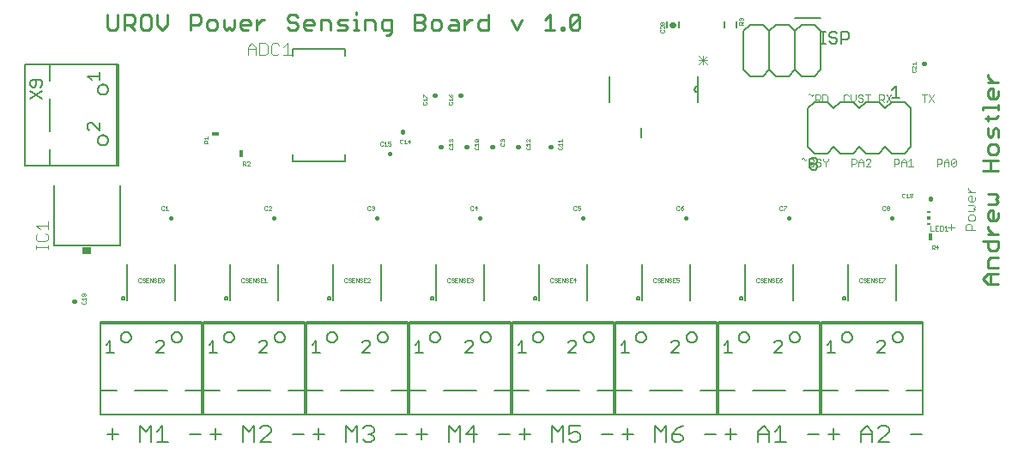
<source format=gto>
G75*
%MOIN*%
%OFA0B0*%
%FSLAX25Y25*%
%IPPOS*%
%LPD*%
%AMOC8*
5,1,8,0,0,1.08239X$1,22.5*
%
%ADD10C,0.00600*%
%ADD11C,0.01100*%
%ADD12C,0.00200*%
%ADD13C,0.00300*%
%ADD14C,0.00500*%
%ADD15C,0.00400*%
%ADD16C,0.00800*%
%ADD17C,0.00100*%
%ADD18C,0.01500*%
%ADD19R,0.03000X0.01500*%
%ADD20R,0.01500X0.03000*%
%ADD21R,0.03400X0.03000*%
%ADD22C,0.02200*%
%ADD23R,0.01181X0.00591*%
%ADD24R,0.01181X0.01181*%
D10*
X0033100Y0010303D02*
X0037370Y0010303D01*
X0035235Y0012438D02*
X0035235Y0008168D01*
X0045991Y0007100D02*
X0045991Y0013505D01*
X0048126Y0011370D01*
X0050261Y0013505D01*
X0050261Y0007100D01*
X0052436Y0007100D02*
X0056707Y0007100D01*
X0054572Y0007100D02*
X0054572Y0013505D01*
X0052436Y0011370D01*
X0065327Y0010303D02*
X0069598Y0010303D01*
X0073100Y0010303D02*
X0077370Y0010303D01*
X0075235Y0012438D02*
X0075235Y0008168D01*
X0085991Y0007100D02*
X0085991Y0013505D01*
X0088126Y0011370D01*
X0090261Y0013505D01*
X0090261Y0007100D01*
X0092436Y0007100D02*
X0096707Y0011370D01*
X0096707Y0012438D01*
X0095639Y0013505D01*
X0093504Y0013505D01*
X0092436Y0012438D01*
X0092436Y0007100D02*
X0096707Y0007100D01*
X0105327Y0010303D02*
X0109598Y0010303D01*
X0113100Y0010303D02*
X0117370Y0010303D01*
X0115235Y0012438D02*
X0115235Y0008168D01*
X0125991Y0007100D02*
X0125991Y0013505D01*
X0128126Y0011370D01*
X0130261Y0013505D01*
X0130261Y0007100D01*
X0132436Y0008168D02*
X0133504Y0007100D01*
X0135639Y0007100D01*
X0136707Y0008168D01*
X0136707Y0009235D01*
X0135639Y0010303D01*
X0134572Y0010303D01*
X0135639Y0010303D02*
X0136707Y0011370D01*
X0136707Y0012438D01*
X0135639Y0013505D01*
X0133504Y0013505D01*
X0132436Y0012438D01*
X0145327Y0010303D02*
X0149598Y0010303D01*
X0153100Y0010303D02*
X0157370Y0010303D01*
X0155235Y0012438D02*
X0155235Y0008168D01*
X0165991Y0007100D02*
X0165991Y0013505D01*
X0168126Y0011370D01*
X0170261Y0013505D01*
X0170261Y0007100D01*
X0175639Y0007100D02*
X0175639Y0013505D01*
X0172436Y0010303D01*
X0176707Y0010303D01*
X0185327Y0010303D02*
X0189598Y0010303D01*
X0193100Y0010303D02*
X0197370Y0010303D01*
X0195235Y0012438D02*
X0195235Y0008168D01*
X0205991Y0007100D02*
X0205991Y0013505D01*
X0208126Y0011370D01*
X0210261Y0013505D01*
X0210261Y0007100D01*
X0212436Y0008168D02*
X0213504Y0007100D01*
X0215639Y0007100D01*
X0216707Y0008168D01*
X0216707Y0010303D01*
X0215639Y0011370D01*
X0214572Y0011370D01*
X0212436Y0010303D01*
X0212436Y0013505D01*
X0216707Y0013505D01*
X0225327Y0010303D02*
X0229598Y0010303D01*
X0233100Y0010303D02*
X0237370Y0010303D01*
X0235235Y0012438D02*
X0235235Y0008168D01*
X0245991Y0007100D02*
X0245991Y0013505D01*
X0248126Y0011370D01*
X0250261Y0013505D01*
X0250261Y0007100D01*
X0252436Y0008168D02*
X0253504Y0007100D01*
X0255639Y0007100D01*
X0256707Y0008168D01*
X0256707Y0009235D01*
X0255639Y0010303D01*
X0252436Y0010303D01*
X0252436Y0008168D01*
X0252436Y0010303D02*
X0254572Y0012438D01*
X0256707Y0013505D01*
X0265327Y0010303D02*
X0269598Y0010303D01*
X0273100Y0010303D02*
X0277370Y0010303D01*
X0275235Y0012438D02*
X0275235Y0008168D01*
X0285991Y0007100D02*
X0285991Y0011370D01*
X0288126Y0013505D01*
X0290261Y0011370D01*
X0290261Y0007100D01*
X0292436Y0007100D02*
X0296707Y0007100D01*
X0294572Y0007100D02*
X0294572Y0013505D01*
X0292436Y0011370D01*
X0290261Y0010303D02*
X0285991Y0010303D01*
X0270658Y0017800D02*
X0270658Y0027202D01*
X0270658Y0053202D01*
X0270658Y0054001D01*
X0309957Y0054001D01*
X0309957Y0053202D01*
X0309957Y0027202D01*
X0309957Y0017800D01*
X0270658Y0017800D01*
X0269957Y0017800D02*
X0269957Y0027202D01*
X0269957Y0053202D01*
X0230658Y0053202D01*
X0230658Y0054001D01*
X0269957Y0054001D01*
X0269957Y0053202D01*
X0270658Y0053202D02*
X0309957Y0053202D01*
X0310658Y0053202D02*
X0310658Y0054001D01*
X0349957Y0054001D01*
X0349957Y0053202D01*
X0349957Y0027202D01*
X0349957Y0017800D01*
X0310658Y0017800D01*
X0310658Y0027202D01*
X0310658Y0053202D01*
X0349957Y0053202D01*
X0338157Y0048000D02*
X0338159Y0048089D01*
X0338165Y0048178D01*
X0338175Y0048267D01*
X0338189Y0048355D01*
X0338206Y0048442D01*
X0338228Y0048528D01*
X0338254Y0048614D01*
X0338283Y0048698D01*
X0338316Y0048781D01*
X0338352Y0048862D01*
X0338393Y0048942D01*
X0338436Y0049019D01*
X0338483Y0049095D01*
X0338534Y0049168D01*
X0338587Y0049239D01*
X0338644Y0049308D01*
X0338704Y0049374D01*
X0338767Y0049438D01*
X0338832Y0049498D01*
X0338900Y0049556D01*
X0338971Y0049610D01*
X0339044Y0049661D01*
X0339119Y0049709D01*
X0339196Y0049754D01*
X0339275Y0049795D01*
X0339356Y0049832D01*
X0339438Y0049866D01*
X0339522Y0049897D01*
X0339607Y0049923D01*
X0339693Y0049946D01*
X0339780Y0049964D01*
X0339868Y0049979D01*
X0339957Y0049990D01*
X0340046Y0049997D01*
X0340135Y0050000D01*
X0340224Y0049999D01*
X0340313Y0049994D01*
X0340401Y0049985D01*
X0340490Y0049972D01*
X0340577Y0049955D01*
X0340664Y0049935D01*
X0340750Y0049910D01*
X0340834Y0049882D01*
X0340917Y0049850D01*
X0340999Y0049814D01*
X0341079Y0049775D01*
X0341157Y0049732D01*
X0341233Y0049686D01*
X0341307Y0049636D01*
X0341379Y0049583D01*
X0341448Y0049527D01*
X0341515Y0049468D01*
X0341579Y0049406D01*
X0341640Y0049342D01*
X0341699Y0049274D01*
X0341754Y0049204D01*
X0341806Y0049132D01*
X0341855Y0049057D01*
X0341900Y0048981D01*
X0341942Y0048902D01*
X0341980Y0048822D01*
X0342015Y0048740D01*
X0342046Y0048656D01*
X0342074Y0048571D01*
X0342097Y0048485D01*
X0342117Y0048398D01*
X0342133Y0048311D01*
X0342145Y0048222D01*
X0342153Y0048134D01*
X0342157Y0048045D01*
X0342157Y0047955D01*
X0342153Y0047866D01*
X0342145Y0047778D01*
X0342133Y0047689D01*
X0342117Y0047602D01*
X0342097Y0047515D01*
X0342074Y0047429D01*
X0342046Y0047344D01*
X0342015Y0047260D01*
X0341980Y0047178D01*
X0341942Y0047098D01*
X0341900Y0047019D01*
X0341855Y0046943D01*
X0341806Y0046868D01*
X0341754Y0046796D01*
X0341699Y0046726D01*
X0341640Y0046658D01*
X0341579Y0046594D01*
X0341515Y0046532D01*
X0341448Y0046473D01*
X0341379Y0046417D01*
X0341307Y0046364D01*
X0341233Y0046314D01*
X0341157Y0046268D01*
X0341079Y0046225D01*
X0340999Y0046186D01*
X0340917Y0046150D01*
X0340834Y0046118D01*
X0340750Y0046090D01*
X0340664Y0046065D01*
X0340577Y0046045D01*
X0340490Y0046028D01*
X0340401Y0046015D01*
X0340313Y0046006D01*
X0340224Y0046001D01*
X0340135Y0046000D01*
X0340046Y0046003D01*
X0339957Y0046010D01*
X0339868Y0046021D01*
X0339780Y0046036D01*
X0339693Y0046054D01*
X0339607Y0046077D01*
X0339522Y0046103D01*
X0339438Y0046134D01*
X0339356Y0046168D01*
X0339275Y0046205D01*
X0339196Y0046246D01*
X0339119Y0046291D01*
X0339044Y0046339D01*
X0338971Y0046390D01*
X0338900Y0046444D01*
X0338832Y0046502D01*
X0338767Y0046562D01*
X0338704Y0046626D01*
X0338644Y0046692D01*
X0338587Y0046761D01*
X0338534Y0046832D01*
X0338483Y0046905D01*
X0338436Y0046981D01*
X0338393Y0047058D01*
X0338352Y0047138D01*
X0338316Y0047219D01*
X0338283Y0047302D01*
X0338254Y0047386D01*
X0338228Y0047472D01*
X0338206Y0047558D01*
X0338189Y0047645D01*
X0338175Y0047733D01*
X0338165Y0047822D01*
X0338159Y0047911D01*
X0338157Y0048000D01*
X0318457Y0048000D02*
X0318459Y0048089D01*
X0318465Y0048178D01*
X0318475Y0048267D01*
X0318489Y0048355D01*
X0318506Y0048442D01*
X0318528Y0048528D01*
X0318554Y0048614D01*
X0318583Y0048698D01*
X0318616Y0048781D01*
X0318652Y0048862D01*
X0318693Y0048942D01*
X0318736Y0049019D01*
X0318783Y0049095D01*
X0318834Y0049168D01*
X0318887Y0049239D01*
X0318944Y0049308D01*
X0319004Y0049374D01*
X0319067Y0049438D01*
X0319132Y0049498D01*
X0319200Y0049556D01*
X0319271Y0049610D01*
X0319344Y0049661D01*
X0319419Y0049709D01*
X0319496Y0049754D01*
X0319575Y0049795D01*
X0319656Y0049832D01*
X0319738Y0049866D01*
X0319822Y0049897D01*
X0319907Y0049923D01*
X0319993Y0049946D01*
X0320080Y0049964D01*
X0320168Y0049979D01*
X0320257Y0049990D01*
X0320346Y0049997D01*
X0320435Y0050000D01*
X0320524Y0049999D01*
X0320613Y0049994D01*
X0320701Y0049985D01*
X0320790Y0049972D01*
X0320877Y0049955D01*
X0320964Y0049935D01*
X0321050Y0049910D01*
X0321134Y0049882D01*
X0321217Y0049850D01*
X0321299Y0049814D01*
X0321379Y0049775D01*
X0321457Y0049732D01*
X0321533Y0049686D01*
X0321607Y0049636D01*
X0321679Y0049583D01*
X0321748Y0049527D01*
X0321815Y0049468D01*
X0321879Y0049406D01*
X0321940Y0049342D01*
X0321999Y0049274D01*
X0322054Y0049204D01*
X0322106Y0049132D01*
X0322155Y0049057D01*
X0322200Y0048981D01*
X0322242Y0048902D01*
X0322280Y0048822D01*
X0322315Y0048740D01*
X0322346Y0048656D01*
X0322374Y0048571D01*
X0322397Y0048485D01*
X0322417Y0048398D01*
X0322433Y0048311D01*
X0322445Y0048222D01*
X0322453Y0048134D01*
X0322457Y0048045D01*
X0322457Y0047955D01*
X0322453Y0047866D01*
X0322445Y0047778D01*
X0322433Y0047689D01*
X0322417Y0047602D01*
X0322397Y0047515D01*
X0322374Y0047429D01*
X0322346Y0047344D01*
X0322315Y0047260D01*
X0322280Y0047178D01*
X0322242Y0047098D01*
X0322200Y0047019D01*
X0322155Y0046943D01*
X0322106Y0046868D01*
X0322054Y0046796D01*
X0321999Y0046726D01*
X0321940Y0046658D01*
X0321879Y0046594D01*
X0321815Y0046532D01*
X0321748Y0046473D01*
X0321679Y0046417D01*
X0321607Y0046364D01*
X0321533Y0046314D01*
X0321457Y0046268D01*
X0321379Y0046225D01*
X0321299Y0046186D01*
X0321217Y0046150D01*
X0321134Y0046118D01*
X0321050Y0046090D01*
X0320964Y0046065D01*
X0320877Y0046045D01*
X0320790Y0046028D01*
X0320701Y0046015D01*
X0320613Y0046006D01*
X0320524Y0046001D01*
X0320435Y0046000D01*
X0320346Y0046003D01*
X0320257Y0046010D01*
X0320168Y0046021D01*
X0320080Y0046036D01*
X0319993Y0046054D01*
X0319907Y0046077D01*
X0319822Y0046103D01*
X0319738Y0046134D01*
X0319656Y0046168D01*
X0319575Y0046205D01*
X0319496Y0046246D01*
X0319419Y0046291D01*
X0319344Y0046339D01*
X0319271Y0046390D01*
X0319200Y0046444D01*
X0319132Y0046502D01*
X0319067Y0046562D01*
X0319004Y0046626D01*
X0318944Y0046692D01*
X0318887Y0046761D01*
X0318834Y0046832D01*
X0318783Y0046905D01*
X0318736Y0046981D01*
X0318693Y0047058D01*
X0318652Y0047138D01*
X0318616Y0047219D01*
X0318583Y0047302D01*
X0318554Y0047386D01*
X0318528Y0047472D01*
X0318506Y0047558D01*
X0318489Y0047645D01*
X0318475Y0047733D01*
X0318465Y0047822D01*
X0318459Y0047911D01*
X0318457Y0048000D01*
X0298157Y0048000D02*
X0298159Y0048089D01*
X0298165Y0048178D01*
X0298175Y0048267D01*
X0298189Y0048355D01*
X0298206Y0048442D01*
X0298228Y0048528D01*
X0298254Y0048614D01*
X0298283Y0048698D01*
X0298316Y0048781D01*
X0298352Y0048862D01*
X0298393Y0048942D01*
X0298436Y0049019D01*
X0298483Y0049095D01*
X0298534Y0049168D01*
X0298587Y0049239D01*
X0298644Y0049308D01*
X0298704Y0049374D01*
X0298767Y0049438D01*
X0298832Y0049498D01*
X0298900Y0049556D01*
X0298971Y0049610D01*
X0299044Y0049661D01*
X0299119Y0049709D01*
X0299196Y0049754D01*
X0299275Y0049795D01*
X0299356Y0049832D01*
X0299438Y0049866D01*
X0299522Y0049897D01*
X0299607Y0049923D01*
X0299693Y0049946D01*
X0299780Y0049964D01*
X0299868Y0049979D01*
X0299957Y0049990D01*
X0300046Y0049997D01*
X0300135Y0050000D01*
X0300224Y0049999D01*
X0300313Y0049994D01*
X0300401Y0049985D01*
X0300490Y0049972D01*
X0300577Y0049955D01*
X0300664Y0049935D01*
X0300750Y0049910D01*
X0300834Y0049882D01*
X0300917Y0049850D01*
X0300999Y0049814D01*
X0301079Y0049775D01*
X0301157Y0049732D01*
X0301233Y0049686D01*
X0301307Y0049636D01*
X0301379Y0049583D01*
X0301448Y0049527D01*
X0301515Y0049468D01*
X0301579Y0049406D01*
X0301640Y0049342D01*
X0301699Y0049274D01*
X0301754Y0049204D01*
X0301806Y0049132D01*
X0301855Y0049057D01*
X0301900Y0048981D01*
X0301942Y0048902D01*
X0301980Y0048822D01*
X0302015Y0048740D01*
X0302046Y0048656D01*
X0302074Y0048571D01*
X0302097Y0048485D01*
X0302117Y0048398D01*
X0302133Y0048311D01*
X0302145Y0048222D01*
X0302153Y0048134D01*
X0302157Y0048045D01*
X0302157Y0047955D01*
X0302153Y0047866D01*
X0302145Y0047778D01*
X0302133Y0047689D01*
X0302117Y0047602D01*
X0302097Y0047515D01*
X0302074Y0047429D01*
X0302046Y0047344D01*
X0302015Y0047260D01*
X0301980Y0047178D01*
X0301942Y0047098D01*
X0301900Y0047019D01*
X0301855Y0046943D01*
X0301806Y0046868D01*
X0301754Y0046796D01*
X0301699Y0046726D01*
X0301640Y0046658D01*
X0301579Y0046594D01*
X0301515Y0046532D01*
X0301448Y0046473D01*
X0301379Y0046417D01*
X0301307Y0046364D01*
X0301233Y0046314D01*
X0301157Y0046268D01*
X0301079Y0046225D01*
X0300999Y0046186D01*
X0300917Y0046150D01*
X0300834Y0046118D01*
X0300750Y0046090D01*
X0300664Y0046065D01*
X0300577Y0046045D01*
X0300490Y0046028D01*
X0300401Y0046015D01*
X0300313Y0046006D01*
X0300224Y0046001D01*
X0300135Y0046000D01*
X0300046Y0046003D01*
X0299957Y0046010D01*
X0299868Y0046021D01*
X0299780Y0046036D01*
X0299693Y0046054D01*
X0299607Y0046077D01*
X0299522Y0046103D01*
X0299438Y0046134D01*
X0299356Y0046168D01*
X0299275Y0046205D01*
X0299196Y0046246D01*
X0299119Y0046291D01*
X0299044Y0046339D01*
X0298971Y0046390D01*
X0298900Y0046444D01*
X0298832Y0046502D01*
X0298767Y0046562D01*
X0298704Y0046626D01*
X0298644Y0046692D01*
X0298587Y0046761D01*
X0298534Y0046832D01*
X0298483Y0046905D01*
X0298436Y0046981D01*
X0298393Y0047058D01*
X0298352Y0047138D01*
X0298316Y0047219D01*
X0298283Y0047302D01*
X0298254Y0047386D01*
X0298228Y0047472D01*
X0298206Y0047558D01*
X0298189Y0047645D01*
X0298175Y0047733D01*
X0298165Y0047822D01*
X0298159Y0047911D01*
X0298157Y0048000D01*
X0278457Y0048000D02*
X0278459Y0048089D01*
X0278465Y0048178D01*
X0278475Y0048267D01*
X0278489Y0048355D01*
X0278506Y0048442D01*
X0278528Y0048528D01*
X0278554Y0048614D01*
X0278583Y0048698D01*
X0278616Y0048781D01*
X0278652Y0048862D01*
X0278693Y0048942D01*
X0278736Y0049019D01*
X0278783Y0049095D01*
X0278834Y0049168D01*
X0278887Y0049239D01*
X0278944Y0049308D01*
X0279004Y0049374D01*
X0279067Y0049438D01*
X0279132Y0049498D01*
X0279200Y0049556D01*
X0279271Y0049610D01*
X0279344Y0049661D01*
X0279419Y0049709D01*
X0279496Y0049754D01*
X0279575Y0049795D01*
X0279656Y0049832D01*
X0279738Y0049866D01*
X0279822Y0049897D01*
X0279907Y0049923D01*
X0279993Y0049946D01*
X0280080Y0049964D01*
X0280168Y0049979D01*
X0280257Y0049990D01*
X0280346Y0049997D01*
X0280435Y0050000D01*
X0280524Y0049999D01*
X0280613Y0049994D01*
X0280701Y0049985D01*
X0280790Y0049972D01*
X0280877Y0049955D01*
X0280964Y0049935D01*
X0281050Y0049910D01*
X0281134Y0049882D01*
X0281217Y0049850D01*
X0281299Y0049814D01*
X0281379Y0049775D01*
X0281457Y0049732D01*
X0281533Y0049686D01*
X0281607Y0049636D01*
X0281679Y0049583D01*
X0281748Y0049527D01*
X0281815Y0049468D01*
X0281879Y0049406D01*
X0281940Y0049342D01*
X0281999Y0049274D01*
X0282054Y0049204D01*
X0282106Y0049132D01*
X0282155Y0049057D01*
X0282200Y0048981D01*
X0282242Y0048902D01*
X0282280Y0048822D01*
X0282315Y0048740D01*
X0282346Y0048656D01*
X0282374Y0048571D01*
X0282397Y0048485D01*
X0282417Y0048398D01*
X0282433Y0048311D01*
X0282445Y0048222D01*
X0282453Y0048134D01*
X0282457Y0048045D01*
X0282457Y0047955D01*
X0282453Y0047866D01*
X0282445Y0047778D01*
X0282433Y0047689D01*
X0282417Y0047602D01*
X0282397Y0047515D01*
X0282374Y0047429D01*
X0282346Y0047344D01*
X0282315Y0047260D01*
X0282280Y0047178D01*
X0282242Y0047098D01*
X0282200Y0047019D01*
X0282155Y0046943D01*
X0282106Y0046868D01*
X0282054Y0046796D01*
X0281999Y0046726D01*
X0281940Y0046658D01*
X0281879Y0046594D01*
X0281815Y0046532D01*
X0281748Y0046473D01*
X0281679Y0046417D01*
X0281607Y0046364D01*
X0281533Y0046314D01*
X0281457Y0046268D01*
X0281379Y0046225D01*
X0281299Y0046186D01*
X0281217Y0046150D01*
X0281134Y0046118D01*
X0281050Y0046090D01*
X0280964Y0046065D01*
X0280877Y0046045D01*
X0280790Y0046028D01*
X0280701Y0046015D01*
X0280613Y0046006D01*
X0280524Y0046001D01*
X0280435Y0046000D01*
X0280346Y0046003D01*
X0280257Y0046010D01*
X0280168Y0046021D01*
X0280080Y0046036D01*
X0279993Y0046054D01*
X0279907Y0046077D01*
X0279822Y0046103D01*
X0279738Y0046134D01*
X0279656Y0046168D01*
X0279575Y0046205D01*
X0279496Y0046246D01*
X0279419Y0046291D01*
X0279344Y0046339D01*
X0279271Y0046390D01*
X0279200Y0046444D01*
X0279132Y0046502D01*
X0279067Y0046562D01*
X0279004Y0046626D01*
X0278944Y0046692D01*
X0278887Y0046761D01*
X0278834Y0046832D01*
X0278783Y0046905D01*
X0278736Y0046981D01*
X0278693Y0047058D01*
X0278652Y0047138D01*
X0278616Y0047219D01*
X0278583Y0047302D01*
X0278554Y0047386D01*
X0278528Y0047472D01*
X0278506Y0047558D01*
X0278489Y0047645D01*
X0278475Y0047733D01*
X0278465Y0047822D01*
X0278459Y0047911D01*
X0278457Y0048000D01*
X0258157Y0048000D02*
X0258159Y0048089D01*
X0258165Y0048178D01*
X0258175Y0048267D01*
X0258189Y0048355D01*
X0258206Y0048442D01*
X0258228Y0048528D01*
X0258254Y0048614D01*
X0258283Y0048698D01*
X0258316Y0048781D01*
X0258352Y0048862D01*
X0258393Y0048942D01*
X0258436Y0049019D01*
X0258483Y0049095D01*
X0258534Y0049168D01*
X0258587Y0049239D01*
X0258644Y0049308D01*
X0258704Y0049374D01*
X0258767Y0049438D01*
X0258832Y0049498D01*
X0258900Y0049556D01*
X0258971Y0049610D01*
X0259044Y0049661D01*
X0259119Y0049709D01*
X0259196Y0049754D01*
X0259275Y0049795D01*
X0259356Y0049832D01*
X0259438Y0049866D01*
X0259522Y0049897D01*
X0259607Y0049923D01*
X0259693Y0049946D01*
X0259780Y0049964D01*
X0259868Y0049979D01*
X0259957Y0049990D01*
X0260046Y0049997D01*
X0260135Y0050000D01*
X0260224Y0049999D01*
X0260313Y0049994D01*
X0260401Y0049985D01*
X0260490Y0049972D01*
X0260577Y0049955D01*
X0260664Y0049935D01*
X0260750Y0049910D01*
X0260834Y0049882D01*
X0260917Y0049850D01*
X0260999Y0049814D01*
X0261079Y0049775D01*
X0261157Y0049732D01*
X0261233Y0049686D01*
X0261307Y0049636D01*
X0261379Y0049583D01*
X0261448Y0049527D01*
X0261515Y0049468D01*
X0261579Y0049406D01*
X0261640Y0049342D01*
X0261699Y0049274D01*
X0261754Y0049204D01*
X0261806Y0049132D01*
X0261855Y0049057D01*
X0261900Y0048981D01*
X0261942Y0048902D01*
X0261980Y0048822D01*
X0262015Y0048740D01*
X0262046Y0048656D01*
X0262074Y0048571D01*
X0262097Y0048485D01*
X0262117Y0048398D01*
X0262133Y0048311D01*
X0262145Y0048222D01*
X0262153Y0048134D01*
X0262157Y0048045D01*
X0262157Y0047955D01*
X0262153Y0047866D01*
X0262145Y0047778D01*
X0262133Y0047689D01*
X0262117Y0047602D01*
X0262097Y0047515D01*
X0262074Y0047429D01*
X0262046Y0047344D01*
X0262015Y0047260D01*
X0261980Y0047178D01*
X0261942Y0047098D01*
X0261900Y0047019D01*
X0261855Y0046943D01*
X0261806Y0046868D01*
X0261754Y0046796D01*
X0261699Y0046726D01*
X0261640Y0046658D01*
X0261579Y0046594D01*
X0261515Y0046532D01*
X0261448Y0046473D01*
X0261379Y0046417D01*
X0261307Y0046364D01*
X0261233Y0046314D01*
X0261157Y0046268D01*
X0261079Y0046225D01*
X0260999Y0046186D01*
X0260917Y0046150D01*
X0260834Y0046118D01*
X0260750Y0046090D01*
X0260664Y0046065D01*
X0260577Y0046045D01*
X0260490Y0046028D01*
X0260401Y0046015D01*
X0260313Y0046006D01*
X0260224Y0046001D01*
X0260135Y0046000D01*
X0260046Y0046003D01*
X0259957Y0046010D01*
X0259868Y0046021D01*
X0259780Y0046036D01*
X0259693Y0046054D01*
X0259607Y0046077D01*
X0259522Y0046103D01*
X0259438Y0046134D01*
X0259356Y0046168D01*
X0259275Y0046205D01*
X0259196Y0046246D01*
X0259119Y0046291D01*
X0259044Y0046339D01*
X0258971Y0046390D01*
X0258900Y0046444D01*
X0258832Y0046502D01*
X0258767Y0046562D01*
X0258704Y0046626D01*
X0258644Y0046692D01*
X0258587Y0046761D01*
X0258534Y0046832D01*
X0258483Y0046905D01*
X0258436Y0046981D01*
X0258393Y0047058D01*
X0258352Y0047138D01*
X0258316Y0047219D01*
X0258283Y0047302D01*
X0258254Y0047386D01*
X0258228Y0047472D01*
X0258206Y0047558D01*
X0258189Y0047645D01*
X0258175Y0047733D01*
X0258165Y0047822D01*
X0258159Y0047911D01*
X0258157Y0048000D01*
X0238457Y0048000D02*
X0238459Y0048089D01*
X0238465Y0048178D01*
X0238475Y0048267D01*
X0238489Y0048355D01*
X0238506Y0048442D01*
X0238528Y0048528D01*
X0238554Y0048614D01*
X0238583Y0048698D01*
X0238616Y0048781D01*
X0238652Y0048862D01*
X0238693Y0048942D01*
X0238736Y0049019D01*
X0238783Y0049095D01*
X0238834Y0049168D01*
X0238887Y0049239D01*
X0238944Y0049308D01*
X0239004Y0049374D01*
X0239067Y0049438D01*
X0239132Y0049498D01*
X0239200Y0049556D01*
X0239271Y0049610D01*
X0239344Y0049661D01*
X0239419Y0049709D01*
X0239496Y0049754D01*
X0239575Y0049795D01*
X0239656Y0049832D01*
X0239738Y0049866D01*
X0239822Y0049897D01*
X0239907Y0049923D01*
X0239993Y0049946D01*
X0240080Y0049964D01*
X0240168Y0049979D01*
X0240257Y0049990D01*
X0240346Y0049997D01*
X0240435Y0050000D01*
X0240524Y0049999D01*
X0240613Y0049994D01*
X0240701Y0049985D01*
X0240790Y0049972D01*
X0240877Y0049955D01*
X0240964Y0049935D01*
X0241050Y0049910D01*
X0241134Y0049882D01*
X0241217Y0049850D01*
X0241299Y0049814D01*
X0241379Y0049775D01*
X0241457Y0049732D01*
X0241533Y0049686D01*
X0241607Y0049636D01*
X0241679Y0049583D01*
X0241748Y0049527D01*
X0241815Y0049468D01*
X0241879Y0049406D01*
X0241940Y0049342D01*
X0241999Y0049274D01*
X0242054Y0049204D01*
X0242106Y0049132D01*
X0242155Y0049057D01*
X0242200Y0048981D01*
X0242242Y0048902D01*
X0242280Y0048822D01*
X0242315Y0048740D01*
X0242346Y0048656D01*
X0242374Y0048571D01*
X0242397Y0048485D01*
X0242417Y0048398D01*
X0242433Y0048311D01*
X0242445Y0048222D01*
X0242453Y0048134D01*
X0242457Y0048045D01*
X0242457Y0047955D01*
X0242453Y0047866D01*
X0242445Y0047778D01*
X0242433Y0047689D01*
X0242417Y0047602D01*
X0242397Y0047515D01*
X0242374Y0047429D01*
X0242346Y0047344D01*
X0242315Y0047260D01*
X0242280Y0047178D01*
X0242242Y0047098D01*
X0242200Y0047019D01*
X0242155Y0046943D01*
X0242106Y0046868D01*
X0242054Y0046796D01*
X0241999Y0046726D01*
X0241940Y0046658D01*
X0241879Y0046594D01*
X0241815Y0046532D01*
X0241748Y0046473D01*
X0241679Y0046417D01*
X0241607Y0046364D01*
X0241533Y0046314D01*
X0241457Y0046268D01*
X0241379Y0046225D01*
X0241299Y0046186D01*
X0241217Y0046150D01*
X0241134Y0046118D01*
X0241050Y0046090D01*
X0240964Y0046065D01*
X0240877Y0046045D01*
X0240790Y0046028D01*
X0240701Y0046015D01*
X0240613Y0046006D01*
X0240524Y0046001D01*
X0240435Y0046000D01*
X0240346Y0046003D01*
X0240257Y0046010D01*
X0240168Y0046021D01*
X0240080Y0046036D01*
X0239993Y0046054D01*
X0239907Y0046077D01*
X0239822Y0046103D01*
X0239738Y0046134D01*
X0239656Y0046168D01*
X0239575Y0046205D01*
X0239496Y0046246D01*
X0239419Y0046291D01*
X0239344Y0046339D01*
X0239271Y0046390D01*
X0239200Y0046444D01*
X0239132Y0046502D01*
X0239067Y0046562D01*
X0239004Y0046626D01*
X0238944Y0046692D01*
X0238887Y0046761D01*
X0238834Y0046832D01*
X0238783Y0046905D01*
X0238736Y0046981D01*
X0238693Y0047058D01*
X0238652Y0047138D01*
X0238616Y0047219D01*
X0238583Y0047302D01*
X0238554Y0047386D01*
X0238528Y0047472D01*
X0238506Y0047558D01*
X0238489Y0047645D01*
X0238475Y0047733D01*
X0238465Y0047822D01*
X0238459Y0047911D01*
X0238457Y0048000D01*
X0230658Y0053202D02*
X0230658Y0027202D01*
X0236957Y0027202D01*
X0230658Y0027202D02*
X0230658Y0017800D01*
X0269957Y0017800D01*
X0269957Y0027202D02*
X0263658Y0027202D01*
X0256658Y0027202D02*
X0243957Y0027202D01*
X0229957Y0027202D02*
X0229957Y0053202D01*
X0190658Y0053202D01*
X0190658Y0054001D01*
X0229957Y0054001D01*
X0229957Y0053202D01*
X0218157Y0048000D02*
X0218159Y0048089D01*
X0218165Y0048178D01*
X0218175Y0048267D01*
X0218189Y0048355D01*
X0218206Y0048442D01*
X0218228Y0048528D01*
X0218254Y0048614D01*
X0218283Y0048698D01*
X0218316Y0048781D01*
X0218352Y0048862D01*
X0218393Y0048942D01*
X0218436Y0049019D01*
X0218483Y0049095D01*
X0218534Y0049168D01*
X0218587Y0049239D01*
X0218644Y0049308D01*
X0218704Y0049374D01*
X0218767Y0049438D01*
X0218832Y0049498D01*
X0218900Y0049556D01*
X0218971Y0049610D01*
X0219044Y0049661D01*
X0219119Y0049709D01*
X0219196Y0049754D01*
X0219275Y0049795D01*
X0219356Y0049832D01*
X0219438Y0049866D01*
X0219522Y0049897D01*
X0219607Y0049923D01*
X0219693Y0049946D01*
X0219780Y0049964D01*
X0219868Y0049979D01*
X0219957Y0049990D01*
X0220046Y0049997D01*
X0220135Y0050000D01*
X0220224Y0049999D01*
X0220313Y0049994D01*
X0220401Y0049985D01*
X0220490Y0049972D01*
X0220577Y0049955D01*
X0220664Y0049935D01*
X0220750Y0049910D01*
X0220834Y0049882D01*
X0220917Y0049850D01*
X0220999Y0049814D01*
X0221079Y0049775D01*
X0221157Y0049732D01*
X0221233Y0049686D01*
X0221307Y0049636D01*
X0221379Y0049583D01*
X0221448Y0049527D01*
X0221515Y0049468D01*
X0221579Y0049406D01*
X0221640Y0049342D01*
X0221699Y0049274D01*
X0221754Y0049204D01*
X0221806Y0049132D01*
X0221855Y0049057D01*
X0221900Y0048981D01*
X0221942Y0048902D01*
X0221980Y0048822D01*
X0222015Y0048740D01*
X0222046Y0048656D01*
X0222074Y0048571D01*
X0222097Y0048485D01*
X0222117Y0048398D01*
X0222133Y0048311D01*
X0222145Y0048222D01*
X0222153Y0048134D01*
X0222157Y0048045D01*
X0222157Y0047955D01*
X0222153Y0047866D01*
X0222145Y0047778D01*
X0222133Y0047689D01*
X0222117Y0047602D01*
X0222097Y0047515D01*
X0222074Y0047429D01*
X0222046Y0047344D01*
X0222015Y0047260D01*
X0221980Y0047178D01*
X0221942Y0047098D01*
X0221900Y0047019D01*
X0221855Y0046943D01*
X0221806Y0046868D01*
X0221754Y0046796D01*
X0221699Y0046726D01*
X0221640Y0046658D01*
X0221579Y0046594D01*
X0221515Y0046532D01*
X0221448Y0046473D01*
X0221379Y0046417D01*
X0221307Y0046364D01*
X0221233Y0046314D01*
X0221157Y0046268D01*
X0221079Y0046225D01*
X0220999Y0046186D01*
X0220917Y0046150D01*
X0220834Y0046118D01*
X0220750Y0046090D01*
X0220664Y0046065D01*
X0220577Y0046045D01*
X0220490Y0046028D01*
X0220401Y0046015D01*
X0220313Y0046006D01*
X0220224Y0046001D01*
X0220135Y0046000D01*
X0220046Y0046003D01*
X0219957Y0046010D01*
X0219868Y0046021D01*
X0219780Y0046036D01*
X0219693Y0046054D01*
X0219607Y0046077D01*
X0219522Y0046103D01*
X0219438Y0046134D01*
X0219356Y0046168D01*
X0219275Y0046205D01*
X0219196Y0046246D01*
X0219119Y0046291D01*
X0219044Y0046339D01*
X0218971Y0046390D01*
X0218900Y0046444D01*
X0218832Y0046502D01*
X0218767Y0046562D01*
X0218704Y0046626D01*
X0218644Y0046692D01*
X0218587Y0046761D01*
X0218534Y0046832D01*
X0218483Y0046905D01*
X0218436Y0046981D01*
X0218393Y0047058D01*
X0218352Y0047138D01*
X0218316Y0047219D01*
X0218283Y0047302D01*
X0218254Y0047386D01*
X0218228Y0047472D01*
X0218206Y0047558D01*
X0218189Y0047645D01*
X0218175Y0047733D01*
X0218165Y0047822D01*
X0218159Y0047911D01*
X0218157Y0048000D01*
X0198457Y0048000D02*
X0198459Y0048089D01*
X0198465Y0048178D01*
X0198475Y0048267D01*
X0198489Y0048355D01*
X0198506Y0048442D01*
X0198528Y0048528D01*
X0198554Y0048614D01*
X0198583Y0048698D01*
X0198616Y0048781D01*
X0198652Y0048862D01*
X0198693Y0048942D01*
X0198736Y0049019D01*
X0198783Y0049095D01*
X0198834Y0049168D01*
X0198887Y0049239D01*
X0198944Y0049308D01*
X0199004Y0049374D01*
X0199067Y0049438D01*
X0199132Y0049498D01*
X0199200Y0049556D01*
X0199271Y0049610D01*
X0199344Y0049661D01*
X0199419Y0049709D01*
X0199496Y0049754D01*
X0199575Y0049795D01*
X0199656Y0049832D01*
X0199738Y0049866D01*
X0199822Y0049897D01*
X0199907Y0049923D01*
X0199993Y0049946D01*
X0200080Y0049964D01*
X0200168Y0049979D01*
X0200257Y0049990D01*
X0200346Y0049997D01*
X0200435Y0050000D01*
X0200524Y0049999D01*
X0200613Y0049994D01*
X0200701Y0049985D01*
X0200790Y0049972D01*
X0200877Y0049955D01*
X0200964Y0049935D01*
X0201050Y0049910D01*
X0201134Y0049882D01*
X0201217Y0049850D01*
X0201299Y0049814D01*
X0201379Y0049775D01*
X0201457Y0049732D01*
X0201533Y0049686D01*
X0201607Y0049636D01*
X0201679Y0049583D01*
X0201748Y0049527D01*
X0201815Y0049468D01*
X0201879Y0049406D01*
X0201940Y0049342D01*
X0201999Y0049274D01*
X0202054Y0049204D01*
X0202106Y0049132D01*
X0202155Y0049057D01*
X0202200Y0048981D01*
X0202242Y0048902D01*
X0202280Y0048822D01*
X0202315Y0048740D01*
X0202346Y0048656D01*
X0202374Y0048571D01*
X0202397Y0048485D01*
X0202417Y0048398D01*
X0202433Y0048311D01*
X0202445Y0048222D01*
X0202453Y0048134D01*
X0202457Y0048045D01*
X0202457Y0047955D01*
X0202453Y0047866D01*
X0202445Y0047778D01*
X0202433Y0047689D01*
X0202417Y0047602D01*
X0202397Y0047515D01*
X0202374Y0047429D01*
X0202346Y0047344D01*
X0202315Y0047260D01*
X0202280Y0047178D01*
X0202242Y0047098D01*
X0202200Y0047019D01*
X0202155Y0046943D01*
X0202106Y0046868D01*
X0202054Y0046796D01*
X0201999Y0046726D01*
X0201940Y0046658D01*
X0201879Y0046594D01*
X0201815Y0046532D01*
X0201748Y0046473D01*
X0201679Y0046417D01*
X0201607Y0046364D01*
X0201533Y0046314D01*
X0201457Y0046268D01*
X0201379Y0046225D01*
X0201299Y0046186D01*
X0201217Y0046150D01*
X0201134Y0046118D01*
X0201050Y0046090D01*
X0200964Y0046065D01*
X0200877Y0046045D01*
X0200790Y0046028D01*
X0200701Y0046015D01*
X0200613Y0046006D01*
X0200524Y0046001D01*
X0200435Y0046000D01*
X0200346Y0046003D01*
X0200257Y0046010D01*
X0200168Y0046021D01*
X0200080Y0046036D01*
X0199993Y0046054D01*
X0199907Y0046077D01*
X0199822Y0046103D01*
X0199738Y0046134D01*
X0199656Y0046168D01*
X0199575Y0046205D01*
X0199496Y0046246D01*
X0199419Y0046291D01*
X0199344Y0046339D01*
X0199271Y0046390D01*
X0199200Y0046444D01*
X0199132Y0046502D01*
X0199067Y0046562D01*
X0199004Y0046626D01*
X0198944Y0046692D01*
X0198887Y0046761D01*
X0198834Y0046832D01*
X0198783Y0046905D01*
X0198736Y0046981D01*
X0198693Y0047058D01*
X0198652Y0047138D01*
X0198616Y0047219D01*
X0198583Y0047302D01*
X0198554Y0047386D01*
X0198528Y0047472D01*
X0198506Y0047558D01*
X0198489Y0047645D01*
X0198475Y0047733D01*
X0198465Y0047822D01*
X0198459Y0047911D01*
X0198457Y0048000D01*
X0190658Y0053202D02*
X0190658Y0027202D01*
X0196957Y0027202D01*
X0190658Y0027202D02*
X0190658Y0017800D01*
X0229957Y0017800D01*
X0229957Y0027202D01*
X0223658Y0027202D01*
X0216658Y0027202D02*
X0203957Y0027202D01*
X0189957Y0027202D02*
X0189957Y0053202D01*
X0150658Y0053202D01*
X0150658Y0054001D01*
X0189957Y0054001D01*
X0189957Y0053202D01*
X0178157Y0048000D02*
X0178159Y0048089D01*
X0178165Y0048178D01*
X0178175Y0048267D01*
X0178189Y0048355D01*
X0178206Y0048442D01*
X0178228Y0048528D01*
X0178254Y0048614D01*
X0178283Y0048698D01*
X0178316Y0048781D01*
X0178352Y0048862D01*
X0178393Y0048942D01*
X0178436Y0049019D01*
X0178483Y0049095D01*
X0178534Y0049168D01*
X0178587Y0049239D01*
X0178644Y0049308D01*
X0178704Y0049374D01*
X0178767Y0049438D01*
X0178832Y0049498D01*
X0178900Y0049556D01*
X0178971Y0049610D01*
X0179044Y0049661D01*
X0179119Y0049709D01*
X0179196Y0049754D01*
X0179275Y0049795D01*
X0179356Y0049832D01*
X0179438Y0049866D01*
X0179522Y0049897D01*
X0179607Y0049923D01*
X0179693Y0049946D01*
X0179780Y0049964D01*
X0179868Y0049979D01*
X0179957Y0049990D01*
X0180046Y0049997D01*
X0180135Y0050000D01*
X0180224Y0049999D01*
X0180313Y0049994D01*
X0180401Y0049985D01*
X0180490Y0049972D01*
X0180577Y0049955D01*
X0180664Y0049935D01*
X0180750Y0049910D01*
X0180834Y0049882D01*
X0180917Y0049850D01*
X0180999Y0049814D01*
X0181079Y0049775D01*
X0181157Y0049732D01*
X0181233Y0049686D01*
X0181307Y0049636D01*
X0181379Y0049583D01*
X0181448Y0049527D01*
X0181515Y0049468D01*
X0181579Y0049406D01*
X0181640Y0049342D01*
X0181699Y0049274D01*
X0181754Y0049204D01*
X0181806Y0049132D01*
X0181855Y0049057D01*
X0181900Y0048981D01*
X0181942Y0048902D01*
X0181980Y0048822D01*
X0182015Y0048740D01*
X0182046Y0048656D01*
X0182074Y0048571D01*
X0182097Y0048485D01*
X0182117Y0048398D01*
X0182133Y0048311D01*
X0182145Y0048222D01*
X0182153Y0048134D01*
X0182157Y0048045D01*
X0182157Y0047955D01*
X0182153Y0047866D01*
X0182145Y0047778D01*
X0182133Y0047689D01*
X0182117Y0047602D01*
X0182097Y0047515D01*
X0182074Y0047429D01*
X0182046Y0047344D01*
X0182015Y0047260D01*
X0181980Y0047178D01*
X0181942Y0047098D01*
X0181900Y0047019D01*
X0181855Y0046943D01*
X0181806Y0046868D01*
X0181754Y0046796D01*
X0181699Y0046726D01*
X0181640Y0046658D01*
X0181579Y0046594D01*
X0181515Y0046532D01*
X0181448Y0046473D01*
X0181379Y0046417D01*
X0181307Y0046364D01*
X0181233Y0046314D01*
X0181157Y0046268D01*
X0181079Y0046225D01*
X0180999Y0046186D01*
X0180917Y0046150D01*
X0180834Y0046118D01*
X0180750Y0046090D01*
X0180664Y0046065D01*
X0180577Y0046045D01*
X0180490Y0046028D01*
X0180401Y0046015D01*
X0180313Y0046006D01*
X0180224Y0046001D01*
X0180135Y0046000D01*
X0180046Y0046003D01*
X0179957Y0046010D01*
X0179868Y0046021D01*
X0179780Y0046036D01*
X0179693Y0046054D01*
X0179607Y0046077D01*
X0179522Y0046103D01*
X0179438Y0046134D01*
X0179356Y0046168D01*
X0179275Y0046205D01*
X0179196Y0046246D01*
X0179119Y0046291D01*
X0179044Y0046339D01*
X0178971Y0046390D01*
X0178900Y0046444D01*
X0178832Y0046502D01*
X0178767Y0046562D01*
X0178704Y0046626D01*
X0178644Y0046692D01*
X0178587Y0046761D01*
X0178534Y0046832D01*
X0178483Y0046905D01*
X0178436Y0046981D01*
X0178393Y0047058D01*
X0178352Y0047138D01*
X0178316Y0047219D01*
X0178283Y0047302D01*
X0178254Y0047386D01*
X0178228Y0047472D01*
X0178206Y0047558D01*
X0178189Y0047645D01*
X0178175Y0047733D01*
X0178165Y0047822D01*
X0178159Y0047911D01*
X0178157Y0048000D01*
X0158457Y0048000D02*
X0158459Y0048089D01*
X0158465Y0048178D01*
X0158475Y0048267D01*
X0158489Y0048355D01*
X0158506Y0048442D01*
X0158528Y0048528D01*
X0158554Y0048614D01*
X0158583Y0048698D01*
X0158616Y0048781D01*
X0158652Y0048862D01*
X0158693Y0048942D01*
X0158736Y0049019D01*
X0158783Y0049095D01*
X0158834Y0049168D01*
X0158887Y0049239D01*
X0158944Y0049308D01*
X0159004Y0049374D01*
X0159067Y0049438D01*
X0159132Y0049498D01*
X0159200Y0049556D01*
X0159271Y0049610D01*
X0159344Y0049661D01*
X0159419Y0049709D01*
X0159496Y0049754D01*
X0159575Y0049795D01*
X0159656Y0049832D01*
X0159738Y0049866D01*
X0159822Y0049897D01*
X0159907Y0049923D01*
X0159993Y0049946D01*
X0160080Y0049964D01*
X0160168Y0049979D01*
X0160257Y0049990D01*
X0160346Y0049997D01*
X0160435Y0050000D01*
X0160524Y0049999D01*
X0160613Y0049994D01*
X0160701Y0049985D01*
X0160790Y0049972D01*
X0160877Y0049955D01*
X0160964Y0049935D01*
X0161050Y0049910D01*
X0161134Y0049882D01*
X0161217Y0049850D01*
X0161299Y0049814D01*
X0161379Y0049775D01*
X0161457Y0049732D01*
X0161533Y0049686D01*
X0161607Y0049636D01*
X0161679Y0049583D01*
X0161748Y0049527D01*
X0161815Y0049468D01*
X0161879Y0049406D01*
X0161940Y0049342D01*
X0161999Y0049274D01*
X0162054Y0049204D01*
X0162106Y0049132D01*
X0162155Y0049057D01*
X0162200Y0048981D01*
X0162242Y0048902D01*
X0162280Y0048822D01*
X0162315Y0048740D01*
X0162346Y0048656D01*
X0162374Y0048571D01*
X0162397Y0048485D01*
X0162417Y0048398D01*
X0162433Y0048311D01*
X0162445Y0048222D01*
X0162453Y0048134D01*
X0162457Y0048045D01*
X0162457Y0047955D01*
X0162453Y0047866D01*
X0162445Y0047778D01*
X0162433Y0047689D01*
X0162417Y0047602D01*
X0162397Y0047515D01*
X0162374Y0047429D01*
X0162346Y0047344D01*
X0162315Y0047260D01*
X0162280Y0047178D01*
X0162242Y0047098D01*
X0162200Y0047019D01*
X0162155Y0046943D01*
X0162106Y0046868D01*
X0162054Y0046796D01*
X0161999Y0046726D01*
X0161940Y0046658D01*
X0161879Y0046594D01*
X0161815Y0046532D01*
X0161748Y0046473D01*
X0161679Y0046417D01*
X0161607Y0046364D01*
X0161533Y0046314D01*
X0161457Y0046268D01*
X0161379Y0046225D01*
X0161299Y0046186D01*
X0161217Y0046150D01*
X0161134Y0046118D01*
X0161050Y0046090D01*
X0160964Y0046065D01*
X0160877Y0046045D01*
X0160790Y0046028D01*
X0160701Y0046015D01*
X0160613Y0046006D01*
X0160524Y0046001D01*
X0160435Y0046000D01*
X0160346Y0046003D01*
X0160257Y0046010D01*
X0160168Y0046021D01*
X0160080Y0046036D01*
X0159993Y0046054D01*
X0159907Y0046077D01*
X0159822Y0046103D01*
X0159738Y0046134D01*
X0159656Y0046168D01*
X0159575Y0046205D01*
X0159496Y0046246D01*
X0159419Y0046291D01*
X0159344Y0046339D01*
X0159271Y0046390D01*
X0159200Y0046444D01*
X0159132Y0046502D01*
X0159067Y0046562D01*
X0159004Y0046626D01*
X0158944Y0046692D01*
X0158887Y0046761D01*
X0158834Y0046832D01*
X0158783Y0046905D01*
X0158736Y0046981D01*
X0158693Y0047058D01*
X0158652Y0047138D01*
X0158616Y0047219D01*
X0158583Y0047302D01*
X0158554Y0047386D01*
X0158528Y0047472D01*
X0158506Y0047558D01*
X0158489Y0047645D01*
X0158475Y0047733D01*
X0158465Y0047822D01*
X0158459Y0047911D01*
X0158457Y0048000D01*
X0150658Y0053202D02*
X0150658Y0027202D01*
X0156957Y0027202D01*
X0150658Y0027202D02*
X0150658Y0017800D01*
X0189957Y0017800D01*
X0189957Y0027202D01*
X0183658Y0027202D01*
X0176658Y0027202D02*
X0163957Y0027202D01*
X0149957Y0027202D02*
X0149957Y0053202D01*
X0110658Y0053202D01*
X0110658Y0054001D01*
X0149957Y0054001D01*
X0149957Y0053202D01*
X0138157Y0048000D02*
X0138159Y0048089D01*
X0138165Y0048178D01*
X0138175Y0048267D01*
X0138189Y0048355D01*
X0138206Y0048442D01*
X0138228Y0048528D01*
X0138254Y0048614D01*
X0138283Y0048698D01*
X0138316Y0048781D01*
X0138352Y0048862D01*
X0138393Y0048942D01*
X0138436Y0049019D01*
X0138483Y0049095D01*
X0138534Y0049168D01*
X0138587Y0049239D01*
X0138644Y0049308D01*
X0138704Y0049374D01*
X0138767Y0049438D01*
X0138832Y0049498D01*
X0138900Y0049556D01*
X0138971Y0049610D01*
X0139044Y0049661D01*
X0139119Y0049709D01*
X0139196Y0049754D01*
X0139275Y0049795D01*
X0139356Y0049832D01*
X0139438Y0049866D01*
X0139522Y0049897D01*
X0139607Y0049923D01*
X0139693Y0049946D01*
X0139780Y0049964D01*
X0139868Y0049979D01*
X0139957Y0049990D01*
X0140046Y0049997D01*
X0140135Y0050000D01*
X0140224Y0049999D01*
X0140313Y0049994D01*
X0140401Y0049985D01*
X0140490Y0049972D01*
X0140577Y0049955D01*
X0140664Y0049935D01*
X0140750Y0049910D01*
X0140834Y0049882D01*
X0140917Y0049850D01*
X0140999Y0049814D01*
X0141079Y0049775D01*
X0141157Y0049732D01*
X0141233Y0049686D01*
X0141307Y0049636D01*
X0141379Y0049583D01*
X0141448Y0049527D01*
X0141515Y0049468D01*
X0141579Y0049406D01*
X0141640Y0049342D01*
X0141699Y0049274D01*
X0141754Y0049204D01*
X0141806Y0049132D01*
X0141855Y0049057D01*
X0141900Y0048981D01*
X0141942Y0048902D01*
X0141980Y0048822D01*
X0142015Y0048740D01*
X0142046Y0048656D01*
X0142074Y0048571D01*
X0142097Y0048485D01*
X0142117Y0048398D01*
X0142133Y0048311D01*
X0142145Y0048222D01*
X0142153Y0048134D01*
X0142157Y0048045D01*
X0142157Y0047955D01*
X0142153Y0047866D01*
X0142145Y0047778D01*
X0142133Y0047689D01*
X0142117Y0047602D01*
X0142097Y0047515D01*
X0142074Y0047429D01*
X0142046Y0047344D01*
X0142015Y0047260D01*
X0141980Y0047178D01*
X0141942Y0047098D01*
X0141900Y0047019D01*
X0141855Y0046943D01*
X0141806Y0046868D01*
X0141754Y0046796D01*
X0141699Y0046726D01*
X0141640Y0046658D01*
X0141579Y0046594D01*
X0141515Y0046532D01*
X0141448Y0046473D01*
X0141379Y0046417D01*
X0141307Y0046364D01*
X0141233Y0046314D01*
X0141157Y0046268D01*
X0141079Y0046225D01*
X0140999Y0046186D01*
X0140917Y0046150D01*
X0140834Y0046118D01*
X0140750Y0046090D01*
X0140664Y0046065D01*
X0140577Y0046045D01*
X0140490Y0046028D01*
X0140401Y0046015D01*
X0140313Y0046006D01*
X0140224Y0046001D01*
X0140135Y0046000D01*
X0140046Y0046003D01*
X0139957Y0046010D01*
X0139868Y0046021D01*
X0139780Y0046036D01*
X0139693Y0046054D01*
X0139607Y0046077D01*
X0139522Y0046103D01*
X0139438Y0046134D01*
X0139356Y0046168D01*
X0139275Y0046205D01*
X0139196Y0046246D01*
X0139119Y0046291D01*
X0139044Y0046339D01*
X0138971Y0046390D01*
X0138900Y0046444D01*
X0138832Y0046502D01*
X0138767Y0046562D01*
X0138704Y0046626D01*
X0138644Y0046692D01*
X0138587Y0046761D01*
X0138534Y0046832D01*
X0138483Y0046905D01*
X0138436Y0046981D01*
X0138393Y0047058D01*
X0138352Y0047138D01*
X0138316Y0047219D01*
X0138283Y0047302D01*
X0138254Y0047386D01*
X0138228Y0047472D01*
X0138206Y0047558D01*
X0138189Y0047645D01*
X0138175Y0047733D01*
X0138165Y0047822D01*
X0138159Y0047911D01*
X0138157Y0048000D01*
X0118457Y0048000D02*
X0118459Y0048089D01*
X0118465Y0048178D01*
X0118475Y0048267D01*
X0118489Y0048355D01*
X0118506Y0048442D01*
X0118528Y0048528D01*
X0118554Y0048614D01*
X0118583Y0048698D01*
X0118616Y0048781D01*
X0118652Y0048862D01*
X0118693Y0048942D01*
X0118736Y0049019D01*
X0118783Y0049095D01*
X0118834Y0049168D01*
X0118887Y0049239D01*
X0118944Y0049308D01*
X0119004Y0049374D01*
X0119067Y0049438D01*
X0119132Y0049498D01*
X0119200Y0049556D01*
X0119271Y0049610D01*
X0119344Y0049661D01*
X0119419Y0049709D01*
X0119496Y0049754D01*
X0119575Y0049795D01*
X0119656Y0049832D01*
X0119738Y0049866D01*
X0119822Y0049897D01*
X0119907Y0049923D01*
X0119993Y0049946D01*
X0120080Y0049964D01*
X0120168Y0049979D01*
X0120257Y0049990D01*
X0120346Y0049997D01*
X0120435Y0050000D01*
X0120524Y0049999D01*
X0120613Y0049994D01*
X0120701Y0049985D01*
X0120790Y0049972D01*
X0120877Y0049955D01*
X0120964Y0049935D01*
X0121050Y0049910D01*
X0121134Y0049882D01*
X0121217Y0049850D01*
X0121299Y0049814D01*
X0121379Y0049775D01*
X0121457Y0049732D01*
X0121533Y0049686D01*
X0121607Y0049636D01*
X0121679Y0049583D01*
X0121748Y0049527D01*
X0121815Y0049468D01*
X0121879Y0049406D01*
X0121940Y0049342D01*
X0121999Y0049274D01*
X0122054Y0049204D01*
X0122106Y0049132D01*
X0122155Y0049057D01*
X0122200Y0048981D01*
X0122242Y0048902D01*
X0122280Y0048822D01*
X0122315Y0048740D01*
X0122346Y0048656D01*
X0122374Y0048571D01*
X0122397Y0048485D01*
X0122417Y0048398D01*
X0122433Y0048311D01*
X0122445Y0048222D01*
X0122453Y0048134D01*
X0122457Y0048045D01*
X0122457Y0047955D01*
X0122453Y0047866D01*
X0122445Y0047778D01*
X0122433Y0047689D01*
X0122417Y0047602D01*
X0122397Y0047515D01*
X0122374Y0047429D01*
X0122346Y0047344D01*
X0122315Y0047260D01*
X0122280Y0047178D01*
X0122242Y0047098D01*
X0122200Y0047019D01*
X0122155Y0046943D01*
X0122106Y0046868D01*
X0122054Y0046796D01*
X0121999Y0046726D01*
X0121940Y0046658D01*
X0121879Y0046594D01*
X0121815Y0046532D01*
X0121748Y0046473D01*
X0121679Y0046417D01*
X0121607Y0046364D01*
X0121533Y0046314D01*
X0121457Y0046268D01*
X0121379Y0046225D01*
X0121299Y0046186D01*
X0121217Y0046150D01*
X0121134Y0046118D01*
X0121050Y0046090D01*
X0120964Y0046065D01*
X0120877Y0046045D01*
X0120790Y0046028D01*
X0120701Y0046015D01*
X0120613Y0046006D01*
X0120524Y0046001D01*
X0120435Y0046000D01*
X0120346Y0046003D01*
X0120257Y0046010D01*
X0120168Y0046021D01*
X0120080Y0046036D01*
X0119993Y0046054D01*
X0119907Y0046077D01*
X0119822Y0046103D01*
X0119738Y0046134D01*
X0119656Y0046168D01*
X0119575Y0046205D01*
X0119496Y0046246D01*
X0119419Y0046291D01*
X0119344Y0046339D01*
X0119271Y0046390D01*
X0119200Y0046444D01*
X0119132Y0046502D01*
X0119067Y0046562D01*
X0119004Y0046626D01*
X0118944Y0046692D01*
X0118887Y0046761D01*
X0118834Y0046832D01*
X0118783Y0046905D01*
X0118736Y0046981D01*
X0118693Y0047058D01*
X0118652Y0047138D01*
X0118616Y0047219D01*
X0118583Y0047302D01*
X0118554Y0047386D01*
X0118528Y0047472D01*
X0118506Y0047558D01*
X0118489Y0047645D01*
X0118475Y0047733D01*
X0118465Y0047822D01*
X0118459Y0047911D01*
X0118457Y0048000D01*
X0110658Y0053202D02*
X0110658Y0027202D01*
X0116957Y0027202D01*
X0110658Y0027202D02*
X0110658Y0017800D01*
X0149957Y0017800D01*
X0149957Y0027202D01*
X0143658Y0027202D01*
X0136658Y0027202D02*
X0123957Y0027202D01*
X0109957Y0027202D02*
X0109957Y0053202D01*
X0070658Y0053202D01*
X0070658Y0054001D01*
X0109957Y0054001D01*
X0109957Y0053202D01*
X0098157Y0048000D02*
X0098159Y0048089D01*
X0098165Y0048178D01*
X0098175Y0048267D01*
X0098189Y0048355D01*
X0098206Y0048442D01*
X0098228Y0048528D01*
X0098254Y0048614D01*
X0098283Y0048698D01*
X0098316Y0048781D01*
X0098352Y0048862D01*
X0098393Y0048942D01*
X0098436Y0049019D01*
X0098483Y0049095D01*
X0098534Y0049168D01*
X0098587Y0049239D01*
X0098644Y0049308D01*
X0098704Y0049374D01*
X0098767Y0049438D01*
X0098832Y0049498D01*
X0098900Y0049556D01*
X0098971Y0049610D01*
X0099044Y0049661D01*
X0099119Y0049709D01*
X0099196Y0049754D01*
X0099275Y0049795D01*
X0099356Y0049832D01*
X0099438Y0049866D01*
X0099522Y0049897D01*
X0099607Y0049923D01*
X0099693Y0049946D01*
X0099780Y0049964D01*
X0099868Y0049979D01*
X0099957Y0049990D01*
X0100046Y0049997D01*
X0100135Y0050000D01*
X0100224Y0049999D01*
X0100313Y0049994D01*
X0100401Y0049985D01*
X0100490Y0049972D01*
X0100577Y0049955D01*
X0100664Y0049935D01*
X0100750Y0049910D01*
X0100834Y0049882D01*
X0100917Y0049850D01*
X0100999Y0049814D01*
X0101079Y0049775D01*
X0101157Y0049732D01*
X0101233Y0049686D01*
X0101307Y0049636D01*
X0101379Y0049583D01*
X0101448Y0049527D01*
X0101515Y0049468D01*
X0101579Y0049406D01*
X0101640Y0049342D01*
X0101699Y0049274D01*
X0101754Y0049204D01*
X0101806Y0049132D01*
X0101855Y0049057D01*
X0101900Y0048981D01*
X0101942Y0048902D01*
X0101980Y0048822D01*
X0102015Y0048740D01*
X0102046Y0048656D01*
X0102074Y0048571D01*
X0102097Y0048485D01*
X0102117Y0048398D01*
X0102133Y0048311D01*
X0102145Y0048222D01*
X0102153Y0048134D01*
X0102157Y0048045D01*
X0102157Y0047955D01*
X0102153Y0047866D01*
X0102145Y0047778D01*
X0102133Y0047689D01*
X0102117Y0047602D01*
X0102097Y0047515D01*
X0102074Y0047429D01*
X0102046Y0047344D01*
X0102015Y0047260D01*
X0101980Y0047178D01*
X0101942Y0047098D01*
X0101900Y0047019D01*
X0101855Y0046943D01*
X0101806Y0046868D01*
X0101754Y0046796D01*
X0101699Y0046726D01*
X0101640Y0046658D01*
X0101579Y0046594D01*
X0101515Y0046532D01*
X0101448Y0046473D01*
X0101379Y0046417D01*
X0101307Y0046364D01*
X0101233Y0046314D01*
X0101157Y0046268D01*
X0101079Y0046225D01*
X0100999Y0046186D01*
X0100917Y0046150D01*
X0100834Y0046118D01*
X0100750Y0046090D01*
X0100664Y0046065D01*
X0100577Y0046045D01*
X0100490Y0046028D01*
X0100401Y0046015D01*
X0100313Y0046006D01*
X0100224Y0046001D01*
X0100135Y0046000D01*
X0100046Y0046003D01*
X0099957Y0046010D01*
X0099868Y0046021D01*
X0099780Y0046036D01*
X0099693Y0046054D01*
X0099607Y0046077D01*
X0099522Y0046103D01*
X0099438Y0046134D01*
X0099356Y0046168D01*
X0099275Y0046205D01*
X0099196Y0046246D01*
X0099119Y0046291D01*
X0099044Y0046339D01*
X0098971Y0046390D01*
X0098900Y0046444D01*
X0098832Y0046502D01*
X0098767Y0046562D01*
X0098704Y0046626D01*
X0098644Y0046692D01*
X0098587Y0046761D01*
X0098534Y0046832D01*
X0098483Y0046905D01*
X0098436Y0046981D01*
X0098393Y0047058D01*
X0098352Y0047138D01*
X0098316Y0047219D01*
X0098283Y0047302D01*
X0098254Y0047386D01*
X0098228Y0047472D01*
X0098206Y0047558D01*
X0098189Y0047645D01*
X0098175Y0047733D01*
X0098165Y0047822D01*
X0098159Y0047911D01*
X0098157Y0048000D01*
X0078457Y0048000D02*
X0078459Y0048089D01*
X0078465Y0048178D01*
X0078475Y0048267D01*
X0078489Y0048355D01*
X0078506Y0048442D01*
X0078528Y0048528D01*
X0078554Y0048614D01*
X0078583Y0048698D01*
X0078616Y0048781D01*
X0078652Y0048862D01*
X0078693Y0048942D01*
X0078736Y0049019D01*
X0078783Y0049095D01*
X0078834Y0049168D01*
X0078887Y0049239D01*
X0078944Y0049308D01*
X0079004Y0049374D01*
X0079067Y0049438D01*
X0079132Y0049498D01*
X0079200Y0049556D01*
X0079271Y0049610D01*
X0079344Y0049661D01*
X0079419Y0049709D01*
X0079496Y0049754D01*
X0079575Y0049795D01*
X0079656Y0049832D01*
X0079738Y0049866D01*
X0079822Y0049897D01*
X0079907Y0049923D01*
X0079993Y0049946D01*
X0080080Y0049964D01*
X0080168Y0049979D01*
X0080257Y0049990D01*
X0080346Y0049997D01*
X0080435Y0050000D01*
X0080524Y0049999D01*
X0080613Y0049994D01*
X0080701Y0049985D01*
X0080790Y0049972D01*
X0080877Y0049955D01*
X0080964Y0049935D01*
X0081050Y0049910D01*
X0081134Y0049882D01*
X0081217Y0049850D01*
X0081299Y0049814D01*
X0081379Y0049775D01*
X0081457Y0049732D01*
X0081533Y0049686D01*
X0081607Y0049636D01*
X0081679Y0049583D01*
X0081748Y0049527D01*
X0081815Y0049468D01*
X0081879Y0049406D01*
X0081940Y0049342D01*
X0081999Y0049274D01*
X0082054Y0049204D01*
X0082106Y0049132D01*
X0082155Y0049057D01*
X0082200Y0048981D01*
X0082242Y0048902D01*
X0082280Y0048822D01*
X0082315Y0048740D01*
X0082346Y0048656D01*
X0082374Y0048571D01*
X0082397Y0048485D01*
X0082417Y0048398D01*
X0082433Y0048311D01*
X0082445Y0048222D01*
X0082453Y0048134D01*
X0082457Y0048045D01*
X0082457Y0047955D01*
X0082453Y0047866D01*
X0082445Y0047778D01*
X0082433Y0047689D01*
X0082417Y0047602D01*
X0082397Y0047515D01*
X0082374Y0047429D01*
X0082346Y0047344D01*
X0082315Y0047260D01*
X0082280Y0047178D01*
X0082242Y0047098D01*
X0082200Y0047019D01*
X0082155Y0046943D01*
X0082106Y0046868D01*
X0082054Y0046796D01*
X0081999Y0046726D01*
X0081940Y0046658D01*
X0081879Y0046594D01*
X0081815Y0046532D01*
X0081748Y0046473D01*
X0081679Y0046417D01*
X0081607Y0046364D01*
X0081533Y0046314D01*
X0081457Y0046268D01*
X0081379Y0046225D01*
X0081299Y0046186D01*
X0081217Y0046150D01*
X0081134Y0046118D01*
X0081050Y0046090D01*
X0080964Y0046065D01*
X0080877Y0046045D01*
X0080790Y0046028D01*
X0080701Y0046015D01*
X0080613Y0046006D01*
X0080524Y0046001D01*
X0080435Y0046000D01*
X0080346Y0046003D01*
X0080257Y0046010D01*
X0080168Y0046021D01*
X0080080Y0046036D01*
X0079993Y0046054D01*
X0079907Y0046077D01*
X0079822Y0046103D01*
X0079738Y0046134D01*
X0079656Y0046168D01*
X0079575Y0046205D01*
X0079496Y0046246D01*
X0079419Y0046291D01*
X0079344Y0046339D01*
X0079271Y0046390D01*
X0079200Y0046444D01*
X0079132Y0046502D01*
X0079067Y0046562D01*
X0079004Y0046626D01*
X0078944Y0046692D01*
X0078887Y0046761D01*
X0078834Y0046832D01*
X0078783Y0046905D01*
X0078736Y0046981D01*
X0078693Y0047058D01*
X0078652Y0047138D01*
X0078616Y0047219D01*
X0078583Y0047302D01*
X0078554Y0047386D01*
X0078528Y0047472D01*
X0078506Y0047558D01*
X0078489Y0047645D01*
X0078475Y0047733D01*
X0078465Y0047822D01*
X0078459Y0047911D01*
X0078457Y0048000D01*
X0070658Y0053202D02*
X0070658Y0027202D01*
X0076957Y0027202D01*
X0070658Y0027202D02*
X0070658Y0017800D01*
X0109957Y0017800D01*
X0109957Y0027202D01*
X0103658Y0027202D01*
X0096658Y0027202D02*
X0083957Y0027202D01*
X0069957Y0027202D02*
X0069957Y0053202D01*
X0030658Y0053202D01*
X0030658Y0054001D01*
X0069957Y0054001D01*
X0069957Y0053202D01*
X0058157Y0048000D02*
X0058159Y0048089D01*
X0058165Y0048178D01*
X0058175Y0048267D01*
X0058189Y0048355D01*
X0058206Y0048442D01*
X0058228Y0048528D01*
X0058254Y0048614D01*
X0058283Y0048698D01*
X0058316Y0048781D01*
X0058352Y0048862D01*
X0058393Y0048942D01*
X0058436Y0049019D01*
X0058483Y0049095D01*
X0058534Y0049168D01*
X0058587Y0049239D01*
X0058644Y0049308D01*
X0058704Y0049374D01*
X0058767Y0049438D01*
X0058832Y0049498D01*
X0058900Y0049556D01*
X0058971Y0049610D01*
X0059044Y0049661D01*
X0059119Y0049709D01*
X0059196Y0049754D01*
X0059275Y0049795D01*
X0059356Y0049832D01*
X0059438Y0049866D01*
X0059522Y0049897D01*
X0059607Y0049923D01*
X0059693Y0049946D01*
X0059780Y0049964D01*
X0059868Y0049979D01*
X0059957Y0049990D01*
X0060046Y0049997D01*
X0060135Y0050000D01*
X0060224Y0049999D01*
X0060313Y0049994D01*
X0060401Y0049985D01*
X0060490Y0049972D01*
X0060577Y0049955D01*
X0060664Y0049935D01*
X0060750Y0049910D01*
X0060834Y0049882D01*
X0060917Y0049850D01*
X0060999Y0049814D01*
X0061079Y0049775D01*
X0061157Y0049732D01*
X0061233Y0049686D01*
X0061307Y0049636D01*
X0061379Y0049583D01*
X0061448Y0049527D01*
X0061515Y0049468D01*
X0061579Y0049406D01*
X0061640Y0049342D01*
X0061699Y0049274D01*
X0061754Y0049204D01*
X0061806Y0049132D01*
X0061855Y0049057D01*
X0061900Y0048981D01*
X0061942Y0048902D01*
X0061980Y0048822D01*
X0062015Y0048740D01*
X0062046Y0048656D01*
X0062074Y0048571D01*
X0062097Y0048485D01*
X0062117Y0048398D01*
X0062133Y0048311D01*
X0062145Y0048222D01*
X0062153Y0048134D01*
X0062157Y0048045D01*
X0062157Y0047955D01*
X0062153Y0047866D01*
X0062145Y0047778D01*
X0062133Y0047689D01*
X0062117Y0047602D01*
X0062097Y0047515D01*
X0062074Y0047429D01*
X0062046Y0047344D01*
X0062015Y0047260D01*
X0061980Y0047178D01*
X0061942Y0047098D01*
X0061900Y0047019D01*
X0061855Y0046943D01*
X0061806Y0046868D01*
X0061754Y0046796D01*
X0061699Y0046726D01*
X0061640Y0046658D01*
X0061579Y0046594D01*
X0061515Y0046532D01*
X0061448Y0046473D01*
X0061379Y0046417D01*
X0061307Y0046364D01*
X0061233Y0046314D01*
X0061157Y0046268D01*
X0061079Y0046225D01*
X0060999Y0046186D01*
X0060917Y0046150D01*
X0060834Y0046118D01*
X0060750Y0046090D01*
X0060664Y0046065D01*
X0060577Y0046045D01*
X0060490Y0046028D01*
X0060401Y0046015D01*
X0060313Y0046006D01*
X0060224Y0046001D01*
X0060135Y0046000D01*
X0060046Y0046003D01*
X0059957Y0046010D01*
X0059868Y0046021D01*
X0059780Y0046036D01*
X0059693Y0046054D01*
X0059607Y0046077D01*
X0059522Y0046103D01*
X0059438Y0046134D01*
X0059356Y0046168D01*
X0059275Y0046205D01*
X0059196Y0046246D01*
X0059119Y0046291D01*
X0059044Y0046339D01*
X0058971Y0046390D01*
X0058900Y0046444D01*
X0058832Y0046502D01*
X0058767Y0046562D01*
X0058704Y0046626D01*
X0058644Y0046692D01*
X0058587Y0046761D01*
X0058534Y0046832D01*
X0058483Y0046905D01*
X0058436Y0046981D01*
X0058393Y0047058D01*
X0058352Y0047138D01*
X0058316Y0047219D01*
X0058283Y0047302D01*
X0058254Y0047386D01*
X0058228Y0047472D01*
X0058206Y0047558D01*
X0058189Y0047645D01*
X0058175Y0047733D01*
X0058165Y0047822D01*
X0058159Y0047911D01*
X0058157Y0048000D01*
X0038457Y0048000D02*
X0038459Y0048089D01*
X0038465Y0048178D01*
X0038475Y0048267D01*
X0038489Y0048355D01*
X0038506Y0048442D01*
X0038528Y0048528D01*
X0038554Y0048614D01*
X0038583Y0048698D01*
X0038616Y0048781D01*
X0038652Y0048862D01*
X0038693Y0048942D01*
X0038736Y0049019D01*
X0038783Y0049095D01*
X0038834Y0049168D01*
X0038887Y0049239D01*
X0038944Y0049308D01*
X0039004Y0049374D01*
X0039067Y0049438D01*
X0039132Y0049498D01*
X0039200Y0049556D01*
X0039271Y0049610D01*
X0039344Y0049661D01*
X0039419Y0049709D01*
X0039496Y0049754D01*
X0039575Y0049795D01*
X0039656Y0049832D01*
X0039738Y0049866D01*
X0039822Y0049897D01*
X0039907Y0049923D01*
X0039993Y0049946D01*
X0040080Y0049964D01*
X0040168Y0049979D01*
X0040257Y0049990D01*
X0040346Y0049997D01*
X0040435Y0050000D01*
X0040524Y0049999D01*
X0040613Y0049994D01*
X0040701Y0049985D01*
X0040790Y0049972D01*
X0040877Y0049955D01*
X0040964Y0049935D01*
X0041050Y0049910D01*
X0041134Y0049882D01*
X0041217Y0049850D01*
X0041299Y0049814D01*
X0041379Y0049775D01*
X0041457Y0049732D01*
X0041533Y0049686D01*
X0041607Y0049636D01*
X0041679Y0049583D01*
X0041748Y0049527D01*
X0041815Y0049468D01*
X0041879Y0049406D01*
X0041940Y0049342D01*
X0041999Y0049274D01*
X0042054Y0049204D01*
X0042106Y0049132D01*
X0042155Y0049057D01*
X0042200Y0048981D01*
X0042242Y0048902D01*
X0042280Y0048822D01*
X0042315Y0048740D01*
X0042346Y0048656D01*
X0042374Y0048571D01*
X0042397Y0048485D01*
X0042417Y0048398D01*
X0042433Y0048311D01*
X0042445Y0048222D01*
X0042453Y0048134D01*
X0042457Y0048045D01*
X0042457Y0047955D01*
X0042453Y0047866D01*
X0042445Y0047778D01*
X0042433Y0047689D01*
X0042417Y0047602D01*
X0042397Y0047515D01*
X0042374Y0047429D01*
X0042346Y0047344D01*
X0042315Y0047260D01*
X0042280Y0047178D01*
X0042242Y0047098D01*
X0042200Y0047019D01*
X0042155Y0046943D01*
X0042106Y0046868D01*
X0042054Y0046796D01*
X0041999Y0046726D01*
X0041940Y0046658D01*
X0041879Y0046594D01*
X0041815Y0046532D01*
X0041748Y0046473D01*
X0041679Y0046417D01*
X0041607Y0046364D01*
X0041533Y0046314D01*
X0041457Y0046268D01*
X0041379Y0046225D01*
X0041299Y0046186D01*
X0041217Y0046150D01*
X0041134Y0046118D01*
X0041050Y0046090D01*
X0040964Y0046065D01*
X0040877Y0046045D01*
X0040790Y0046028D01*
X0040701Y0046015D01*
X0040613Y0046006D01*
X0040524Y0046001D01*
X0040435Y0046000D01*
X0040346Y0046003D01*
X0040257Y0046010D01*
X0040168Y0046021D01*
X0040080Y0046036D01*
X0039993Y0046054D01*
X0039907Y0046077D01*
X0039822Y0046103D01*
X0039738Y0046134D01*
X0039656Y0046168D01*
X0039575Y0046205D01*
X0039496Y0046246D01*
X0039419Y0046291D01*
X0039344Y0046339D01*
X0039271Y0046390D01*
X0039200Y0046444D01*
X0039132Y0046502D01*
X0039067Y0046562D01*
X0039004Y0046626D01*
X0038944Y0046692D01*
X0038887Y0046761D01*
X0038834Y0046832D01*
X0038783Y0046905D01*
X0038736Y0046981D01*
X0038693Y0047058D01*
X0038652Y0047138D01*
X0038616Y0047219D01*
X0038583Y0047302D01*
X0038554Y0047386D01*
X0038528Y0047472D01*
X0038506Y0047558D01*
X0038489Y0047645D01*
X0038475Y0047733D01*
X0038465Y0047822D01*
X0038459Y0047911D01*
X0038457Y0048000D01*
X0030658Y0053202D02*
X0030658Y0027202D01*
X0036957Y0027202D01*
X0030658Y0027202D02*
X0030658Y0017800D01*
X0069957Y0017800D01*
X0069957Y0027202D01*
X0063658Y0027202D01*
X0056658Y0027202D02*
X0043957Y0027202D01*
X0041001Y0062202D02*
X0041001Y0076398D01*
X0059599Y0076398D02*
X0059599Y0062202D01*
X0081001Y0062202D02*
X0081001Y0076398D01*
X0099599Y0076398D02*
X0099599Y0062202D01*
X0121001Y0062202D02*
X0121001Y0076398D01*
X0139599Y0076398D02*
X0139599Y0062202D01*
X0161001Y0062202D02*
X0161001Y0076398D01*
X0179599Y0076398D02*
X0179599Y0062202D01*
X0201001Y0062202D02*
X0201001Y0076398D01*
X0219599Y0076398D02*
X0219599Y0062202D01*
X0241001Y0062202D02*
X0241001Y0076398D01*
X0259599Y0076398D02*
X0259599Y0062202D01*
X0281001Y0062202D02*
X0281001Y0076398D01*
X0299599Y0076398D02*
X0299599Y0062202D01*
X0321001Y0062202D02*
X0321001Y0076398D01*
X0339599Y0076398D02*
X0339599Y0062202D01*
X0336658Y0027202D02*
X0323957Y0027202D01*
X0316957Y0027202D02*
X0310658Y0027202D01*
X0309957Y0027202D02*
X0303658Y0027202D01*
X0296658Y0027202D02*
X0283957Y0027202D01*
X0276957Y0027202D02*
X0270658Y0027202D01*
X0305327Y0010303D02*
X0309598Y0010303D01*
X0313100Y0010303D02*
X0317370Y0010303D01*
X0315235Y0012438D02*
X0315235Y0008168D01*
X0325991Y0007100D02*
X0325991Y0011370D01*
X0328126Y0013505D01*
X0330261Y0011370D01*
X0330261Y0007100D01*
X0332436Y0007100D02*
X0336707Y0011370D01*
X0336707Y0012438D01*
X0335639Y0013505D01*
X0333504Y0013505D01*
X0332436Y0012438D01*
X0330261Y0010303D02*
X0325991Y0010303D01*
X0332436Y0007100D02*
X0336707Y0007100D01*
X0345327Y0010303D02*
X0349598Y0010303D01*
X0349957Y0027202D02*
X0343658Y0027202D01*
X0342800Y0119300D02*
X0337800Y0119300D01*
X0335300Y0121800D01*
X0332800Y0119300D01*
X0327800Y0119300D01*
X0325300Y0121800D01*
X0322800Y0119300D01*
X0317800Y0119300D01*
X0315300Y0121800D01*
X0312800Y0119300D01*
X0307800Y0119300D01*
X0305300Y0121800D01*
X0305300Y0136800D01*
X0307800Y0139300D01*
X0312800Y0139300D01*
X0315300Y0136800D01*
X0317800Y0139300D01*
X0322800Y0139300D01*
X0325300Y0136800D01*
X0327800Y0139300D01*
X0332800Y0139300D01*
X0335300Y0136800D01*
X0337800Y0139300D01*
X0342800Y0139300D01*
X0345300Y0136800D01*
X0345300Y0121800D01*
X0342800Y0119300D01*
X0310300Y0151800D02*
X0307800Y0149300D01*
X0302800Y0149300D01*
X0300300Y0151800D01*
X0300300Y0166800D01*
X0297800Y0169300D01*
X0292800Y0169300D01*
X0290300Y0166800D01*
X0287800Y0169300D01*
X0282800Y0169300D01*
X0280300Y0166800D01*
X0280300Y0151800D01*
X0282800Y0149300D01*
X0287800Y0149300D01*
X0290300Y0151800D01*
X0290300Y0166800D01*
X0300300Y0166800D02*
X0302800Y0169300D01*
X0307800Y0169300D01*
X0310300Y0166800D01*
X0310300Y0151800D01*
X0300300Y0151800D02*
X0297800Y0149300D01*
X0292800Y0149300D01*
X0290300Y0151800D01*
X0262500Y0149400D02*
X0262500Y0145500D01*
X0262500Y0143100D01*
X0262500Y0139200D01*
X0262500Y0143100D02*
X0262431Y0143102D01*
X0262363Y0143108D01*
X0262295Y0143118D01*
X0262228Y0143131D01*
X0262162Y0143149D01*
X0262097Y0143170D01*
X0262033Y0143195D01*
X0261971Y0143223D01*
X0261910Y0143255D01*
X0261851Y0143290D01*
X0261795Y0143329D01*
X0261740Y0143371D01*
X0261689Y0143416D01*
X0261639Y0143464D01*
X0261593Y0143514D01*
X0261550Y0143567D01*
X0261509Y0143623D01*
X0261472Y0143680D01*
X0261439Y0143740D01*
X0261408Y0143802D01*
X0261382Y0143865D01*
X0261359Y0143929D01*
X0261339Y0143995D01*
X0261324Y0144062D01*
X0261312Y0144129D01*
X0261304Y0144197D01*
X0261300Y0144266D01*
X0261300Y0144334D01*
X0261304Y0144403D01*
X0261312Y0144471D01*
X0261324Y0144538D01*
X0261339Y0144605D01*
X0261359Y0144671D01*
X0261382Y0144735D01*
X0261408Y0144798D01*
X0261439Y0144860D01*
X0261472Y0144920D01*
X0261509Y0144977D01*
X0261550Y0145033D01*
X0261593Y0145086D01*
X0261639Y0145136D01*
X0261689Y0145184D01*
X0261740Y0145229D01*
X0261795Y0145271D01*
X0261851Y0145310D01*
X0261910Y0145345D01*
X0261971Y0145377D01*
X0262033Y0145405D01*
X0262097Y0145430D01*
X0262162Y0145451D01*
X0262228Y0145469D01*
X0262295Y0145482D01*
X0262363Y0145492D01*
X0262431Y0145498D01*
X0262500Y0145500D01*
X0228100Y0149400D02*
X0228100Y0139200D01*
X0240400Y0129400D02*
X0240400Y0125500D01*
X0250438Y0168119D02*
X0250438Y0170481D01*
X0255162Y0170481D02*
X0255162Y0168119D01*
X0272938Y0168119D02*
X0272938Y0170481D01*
X0277662Y0170481D02*
X0277662Y0168119D01*
X0300300Y0171800D02*
X0310300Y0171800D01*
X0037501Y0153942D02*
X0037501Y0114643D01*
X0036702Y0114643D01*
X0010702Y0114643D01*
X0001300Y0114643D01*
X0001300Y0153942D01*
X0010702Y0153942D01*
X0036702Y0153942D01*
X0037501Y0153942D01*
X0036702Y0153942D02*
X0036702Y0114643D01*
X0029500Y0124443D02*
X0029502Y0124532D01*
X0029508Y0124621D01*
X0029518Y0124710D01*
X0029532Y0124798D01*
X0029549Y0124885D01*
X0029571Y0124971D01*
X0029597Y0125057D01*
X0029626Y0125141D01*
X0029659Y0125224D01*
X0029695Y0125305D01*
X0029736Y0125385D01*
X0029779Y0125462D01*
X0029826Y0125538D01*
X0029877Y0125611D01*
X0029930Y0125682D01*
X0029987Y0125751D01*
X0030047Y0125817D01*
X0030110Y0125881D01*
X0030175Y0125941D01*
X0030243Y0125999D01*
X0030314Y0126053D01*
X0030387Y0126104D01*
X0030462Y0126152D01*
X0030539Y0126197D01*
X0030618Y0126238D01*
X0030699Y0126275D01*
X0030781Y0126309D01*
X0030865Y0126340D01*
X0030950Y0126366D01*
X0031036Y0126389D01*
X0031123Y0126407D01*
X0031211Y0126422D01*
X0031300Y0126433D01*
X0031389Y0126440D01*
X0031478Y0126443D01*
X0031567Y0126442D01*
X0031656Y0126437D01*
X0031744Y0126428D01*
X0031833Y0126415D01*
X0031920Y0126398D01*
X0032007Y0126378D01*
X0032093Y0126353D01*
X0032177Y0126325D01*
X0032260Y0126293D01*
X0032342Y0126257D01*
X0032422Y0126218D01*
X0032500Y0126175D01*
X0032576Y0126129D01*
X0032650Y0126079D01*
X0032722Y0126026D01*
X0032791Y0125970D01*
X0032858Y0125911D01*
X0032922Y0125849D01*
X0032983Y0125785D01*
X0033042Y0125717D01*
X0033097Y0125647D01*
X0033149Y0125575D01*
X0033198Y0125500D01*
X0033243Y0125424D01*
X0033285Y0125345D01*
X0033323Y0125265D01*
X0033358Y0125183D01*
X0033389Y0125099D01*
X0033417Y0125014D01*
X0033440Y0124928D01*
X0033460Y0124841D01*
X0033476Y0124754D01*
X0033488Y0124665D01*
X0033496Y0124577D01*
X0033500Y0124488D01*
X0033500Y0124398D01*
X0033496Y0124309D01*
X0033488Y0124221D01*
X0033476Y0124132D01*
X0033460Y0124045D01*
X0033440Y0123958D01*
X0033417Y0123872D01*
X0033389Y0123787D01*
X0033358Y0123703D01*
X0033323Y0123621D01*
X0033285Y0123541D01*
X0033243Y0123462D01*
X0033198Y0123386D01*
X0033149Y0123311D01*
X0033097Y0123239D01*
X0033042Y0123169D01*
X0032983Y0123101D01*
X0032922Y0123037D01*
X0032858Y0122975D01*
X0032791Y0122916D01*
X0032722Y0122860D01*
X0032650Y0122807D01*
X0032576Y0122757D01*
X0032500Y0122711D01*
X0032422Y0122668D01*
X0032342Y0122629D01*
X0032260Y0122593D01*
X0032177Y0122561D01*
X0032093Y0122533D01*
X0032007Y0122508D01*
X0031920Y0122488D01*
X0031833Y0122471D01*
X0031744Y0122458D01*
X0031656Y0122449D01*
X0031567Y0122444D01*
X0031478Y0122443D01*
X0031389Y0122446D01*
X0031300Y0122453D01*
X0031211Y0122464D01*
X0031123Y0122479D01*
X0031036Y0122497D01*
X0030950Y0122520D01*
X0030865Y0122546D01*
X0030781Y0122577D01*
X0030699Y0122611D01*
X0030618Y0122648D01*
X0030539Y0122689D01*
X0030462Y0122734D01*
X0030387Y0122782D01*
X0030314Y0122833D01*
X0030243Y0122887D01*
X0030175Y0122945D01*
X0030110Y0123005D01*
X0030047Y0123069D01*
X0029987Y0123135D01*
X0029930Y0123204D01*
X0029877Y0123275D01*
X0029826Y0123348D01*
X0029779Y0123424D01*
X0029736Y0123501D01*
X0029695Y0123581D01*
X0029659Y0123662D01*
X0029626Y0123745D01*
X0029597Y0123829D01*
X0029571Y0123915D01*
X0029549Y0124001D01*
X0029532Y0124088D01*
X0029518Y0124176D01*
X0029508Y0124265D01*
X0029502Y0124354D01*
X0029500Y0124443D01*
X0010702Y0127942D02*
X0010702Y0140643D01*
X0010702Y0147643D02*
X0010702Y0153942D01*
X0029500Y0144143D02*
X0029502Y0144232D01*
X0029508Y0144321D01*
X0029518Y0144410D01*
X0029532Y0144498D01*
X0029549Y0144585D01*
X0029571Y0144671D01*
X0029597Y0144757D01*
X0029626Y0144841D01*
X0029659Y0144924D01*
X0029695Y0145005D01*
X0029736Y0145085D01*
X0029779Y0145162D01*
X0029826Y0145238D01*
X0029877Y0145311D01*
X0029930Y0145382D01*
X0029987Y0145451D01*
X0030047Y0145517D01*
X0030110Y0145581D01*
X0030175Y0145641D01*
X0030243Y0145699D01*
X0030314Y0145753D01*
X0030387Y0145804D01*
X0030462Y0145852D01*
X0030539Y0145897D01*
X0030618Y0145938D01*
X0030699Y0145975D01*
X0030781Y0146009D01*
X0030865Y0146040D01*
X0030950Y0146066D01*
X0031036Y0146089D01*
X0031123Y0146107D01*
X0031211Y0146122D01*
X0031300Y0146133D01*
X0031389Y0146140D01*
X0031478Y0146143D01*
X0031567Y0146142D01*
X0031656Y0146137D01*
X0031744Y0146128D01*
X0031833Y0146115D01*
X0031920Y0146098D01*
X0032007Y0146078D01*
X0032093Y0146053D01*
X0032177Y0146025D01*
X0032260Y0145993D01*
X0032342Y0145957D01*
X0032422Y0145918D01*
X0032500Y0145875D01*
X0032576Y0145829D01*
X0032650Y0145779D01*
X0032722Y0145726D01*
X0032791Y0145670D01*
X0032858Y0145611D01*
X0032922Y0145549D01*
X0032983Y0145485D01*
X0033042Y0145417D01*
X0033097Y0145347D01*
X0033149Y0145275D01*
X0033198Y0145200D01*
X0033243Y0145124D01*
X0033285Y0145045D01*
X0033323Y0144965D01*
X0033358Y0144883D01*
X0033389Y0144799D01*
X0033417Y0144714D01*
X0033440Y0144628D01*
X0033460Y0144541D01*
X0033476Y0144454D01*
X0033488Y0144365D01*
X0033496Y0144277D01*
X0033500Y0144188D01*
X0033500Y0144098D01*
X0033496Y0144009D01*
X0033488Y0143921D01*
X0033476Y0143832D01*
X0033460Y0143745D01*
X0033440Y0143658D01*
X0033417Y0143572D01*
X0033389Y0143487D01*
X0033358Y0143403D01*
X0033323Y0143321D01*
X0033285Y0143241D01*
X0033243Y0143162D01*
X0033198Y0143086D01*
X0033149Y0143011D01*
X0033097Y0142939D01*
X0033042Y0142869D01*
X0032983Y0142801D01*
X0032922Y0142737D01*
X0032858Y0142675D01*
X0032791Y0142616D01*
X0032722Y0142560D01*
X0032650Y0142507D01*
X0032576Y0142457D01*
X0032500Y0142411D01*
X0032422Y0142368D01*
X0032342Y0142329D01*
X0032260Y0142293D01*
X0032177Y0142261D01*
X0032093Y0142233D01*
X0032007Y0142208D01*
X0031920Y0142188D01*
X0031833Y0142171D01*
X0031744Y0142158D01*
X0031656Y0142149D01*
X0031567Y0142144D01*
X0031478Y0142143D01*
X0031389Y0142146D01*
X0031300Y0142153D01*
X0031211Y0142164D01*
X0031123Y0142179D01*
X0031036Y0142197D01*
X0030950Y0142220D01*
X0030865Y0142246D01*
X0030781Y0142277D01*
X0030699Y0142311D01*
X0030618Y0142348D01*
X0030539Y0142389D01*
X0030462Y0142434D01*
X0030387Y0142482D01*
X0030314Y0142533D01*
X0030243Y0142587D01*
X0030175Y0142645D01*
X0030110Y0142705D01*
X0030047Y0142769D01*
X0029987Y0142835D01*
X0029930Y0142904D01*
X0029877Y0142975D01*
X0029826Y0143048D01*
X0029779Y0143124D01*
X0029736Y0143201D01*
X0029695Y0143281D01*
X0029659Y0143362D01*
X0029626Y0143445D01*
X0029597Y0143529D01*
X0029571Y0143615D01*
X0029549Y0143701D01*
X0029532Y0143788D01*
X0029518Y0143876D01*
X0029508Y0143965D01*
X0029502Y0144054D01*
X0029500Y0144143D01*
X0010702Y0120942D02*
X0010702Y0114643D01*
D11*
X0034334Y0167350D02*
X0036303Y0167350D01*
X0037287Y0168334D01*
X0037287Y0173255D01*
X0039795Y0173255D02*
X0042748Y0173255D01*
X0043732Y0172271D01*
X0043732Y0170303D01*
X0042748Y0169318D01*
X0039795Y0169318D01*
X0039795Y0167350D02*
X0039795Y0173255D01*
X0033350Y0173255D02*
X0033350Y0168334D01*
X0034334Y0167350D01*
X0041764Y0169318D02*
X0043732Y0167350D01*
X0046241Y0168334D02*
X0047225Y0167350D01*
X0049194Y0167350D01*
X0050178Y0168334D01*
X0050178Y0172271D01*
X0049194Y0173255D01*
X0047225Y0173255D01*
X0046241Y0172271D01*
X0046241Y0168334D01*
X0052686Y0169318D02*
X0054655Y0167350D01*
X0056623Y0169318D01*
X0056623Y0173255D01*
X0052686Y0173255D02*
X0052686Y0169318D01*
X0065577Y0169318D02*
X0068530Y0169318D01*
X0069514Y0170303D01*
X0069514Y0172271D01*
X0068530Y0173255D01*
X0065577Y0173255D01*
X0065577Y0167350D01*
X0072023Y0168334D02*
X0073007Y0167350D01*
X0074976Y0167350D01*
X0075960Y0168334D01*
X0075960Y0170303D01*
X0074976Y0171287D01*
X0073007Y0171287D01*
X0072023Y0170303D01*
X0072023Y0168334D01*
X0078468Y0168334D02*
X0079453Y0167350D01*
X0080437Y0168334D01*
X0081421Y0167350D01*
X0082405Y0168334D01*
X0082405Y0171287D01*
X0084914Y0170303D02*
X0085898Y0171287D01*
X0087866Y0171287D01*
X0088851Y0170303D01*
X0088851Y0169318D01*
X0084914Y0169318D01*
X0084914Y0168334D02*
X0084914Y0170303D01*
X0084914Y0168334D02*
X0085898Y0167350D01*
X0087866Y0167350D01*
X0091359Y0167350D02*
X0091359Y0171287D01*
X0091359Y0169318D02*
X0093328Y0171287D01*
X0094312Y0171287D01*
X0103176Y0171287D02*
X0104160Y0170303D01*
X0106129Y0170303D01*
X0107113Y0169318D01*
X0107113Y0168334D01*
X0106129Y0167350D01*
X0104160Y0167350D01*
X0103176Y0168334D01*
X0103176Y0171287D02*
X0103176Y0172271D01*
X0104160Y0173255D01*
X0106129Y0173255D01*
X0107113Y0172271D01*
X0109622Y0170303D02*
X0110606Y0171287D01*
X0112574Y0171287D01*
X0113558Y0170303D01*
X0113558Y0169318D01*
X0109622Y0169318D01*
X0109622Y0168334D02*
X0109622Y0170303D01*
X0109622Y0168334D02*
X0110606Y0167350D01*
X0112574Y0167350D01*
X0116067Y0167350D02*
X0116067Y0171287D01*
X0119020Y0171287D01*
X0120004Y0170303D01*
X0120004Y0167350D01*
X0122513Y0167350D02*
X0125465Y0167350D01*
X0126449Y0168334D01*
X0125465Y0169318D01*
X0123497Y0169318D01*
X0122513Y0170303D01*
X0123497Y0171287D01*
X0126449Y0171287D01*
X0128958Y0171287D02*
X0129942Y0171287D01*
X0129942Y0167350D01*
X0128958Y0167350D02*
X0130927Y0167350D01*
X0133255Y0167350D02*
X0133255Y0171287D01*
X0136208Y0171287D01*
X0137192Y0170303D01*
X0137192Y0167350D01*
X0139701Y0168334D02*
X0140685Y0167350D01*
X0143637Y0167350D01*
X0143637Y0166366D02*
X0143637Y0171287D01*
X0140685Y0171287D01*
X0139701Y0170303D01*
X0139701Y0168334D01*
X0141669Y0165382D02*
X0142653Y0165382D01*
X0143637Y0166366D01*
X0152592Y0167350D02*
X0155544Y0167350D01*
X0156528Y0168334D01*
X0156528Y0169318D01*
X0155544Y0170303D01*
X0152592Y0170303D01*
X0152592Y0173255D02*
X0152592Y0167350D01*
X0155544Y0170303D02*
X0156528Y0171287D01*
X0156528Y0172271D01*
X0155544Y0173255D01*
X0152592Y0173255D01*
X0159037Y0170303D02*
X0159037Y0168334D01*
X0160021Y0167350D01*
X0161990Y0167350D01*
X0162974Y0168334D01*
X0162974Y0170303D01*
X0161990Y0171287D01*
X0160021Y0171287D01*
X0159037Y0170303D01*
X0165483Y0168334D02*
X0166467Y0169318D01*
X0169419Y0169318D01*
X0169419Y0170303D02*
X0169419Y0167350D01*
X0166467Y0167350D01*
X0165483Y0168334D01*
X0168435Y0171287D02*
X0169419Y0170303D01*
X0168435Y0171287D02*
X0166467Y0171287D01*
X0171928Y0171287D02*
X0171928Y0167350D01*
X0171928Y0169318D02*
X0173897Y0171287D01*
X0174881Y0171287D01*
X0177299Y0170303D02*
X0178284Y0171287D01*
X0181236Y0171287D01*
X0181236Y0173255D02*
X0181236Y0167350D01*
X0178284Y0167350D01*
X0177299Y0168334D01*
X0177299Y0170303D01*
X0190190Y0171287D02*
X0192159Y0167350D01*
X0194127Y0171287D01*
X0203081Y0171287D02*
X0205050Y0173255D01*
X0205050Y0167350D01*
X0207018Y0167350D02*
X0203081Y0167350D01*
X0209527Y0167350D02*
X0210511Y0167350D01*
X0210511Y0168334D01*
X0209527Y0168334D01*
X0209527Y0167350D01*
X0212750Y0168334D02*
X0216686Y0172271D01*
X0216686Y0168334D01*
X0215702Y0167350D01*
X0213734Y0167350D01*
X0212750Y0168334D01*
X0212750Y0172271D01*
X0213734Y0173255D01*
X0215702Y0173255D01*
X0216686Y0172271D01*
X0129942Y0173255D02*
X0129942Y0174239D01*
X0078468Y0171287D02*
X0078468Y0168334D01*
X0373345Y0137220D02*
X0379250Y0137220D01*
X0379250Y0136236D02*
X0379250Y0138204D01*
X0378266Y0140533D02*
X0376297Y0140533D01*
X0375313Y0141517D01*
X0375313Y0143486D01*
X0376297Y0144470D01*
X0377282Y0144470D01*
X0377282Y0140533D01*
X0378266Y0140533D02*
X0379250Y0141517D01*
X0379250Y0143486D01*
X0379250Y0146979D02*
X0375313Y0146979D01*
X0375313Y0148947D02*
X0375313Y0149931D01*
X0375313Y0148947D02*
X0377282Y0146979D01*
X0373345Y0137220D02*
X0373345Y0136236D01*
X0375313Y0133907D02*
X0375313Y0131939D01*
X0374329Y0132923D02*
X0378266Y0132923D01*
X0379250Y0133907D01*
X0378266Y0129430D02*
X0377282Y0128446D01*
X0377282Y0126478D01*
X0376297Y0125494D01*
X0375313Y0126478D01*
X0375313Y0129430D01*
X0378266Y0129430D02*
X0379250Y0128446D01*
X0379250Y0125494D01*
X0378266Y0122985D02*
X0376297Y0122985D01*
X0375313Y0122001D01*
X0375313Y0120032D01*
X0376297Y0119048D01*
X0378266Y0119048D01*
X0379250Y0120032D01*
X0379250Y0122001D01*
X0378266Y0122985D01*
X0379250Y0116539D02*
X0373345Y0116539D01*
X0376297Y0116539D02*
X0376297Y0112603D01*
X0373345Y0112603D02*
X0379250Y0112603D01*
X0378266Y0103648D02*
X0375313Y0103648D01*
X0378266Y0103648D02*
X0379250Y0102664D01*
X0378266Y0101680D01*
X0379250Y0100696D01*
X0378266Y0099712D01*
X0375313Y0099712D01*
X0376297Y0097203D02*
X0375313Y0096219D01*
X0375313Y0094250D01*
X0376297Y0093266D01*
X0378266Y0093266D01*
X0379250Y0094250D01*
X0379250Y0096219D01*
X0377282Y0097203D02*
X0377282Y0093266D01*
X0375313Y0090847D02*
X0375313Y0089863D01*
X0377282Y0087895D01*
X0379250Y0087895D02*
X0375313Y0087895D01*
X0375313Y0085386D02*
X0375313Y0082434D01*
X0376297Y0081449D01*
X0378266Y0081449D01*
X0379250Y0082434D01*
X0379250Y0085386D01*
X0373345Y0085386D01*
X0376297Y0078941D02*
X0375313Y0077956D01*
X0375313Y0075004D01*
X0379250Y0075004D01*
X0379250Y0072495D02*
X0375313Y0072495D01*
X0373345Y0070527D01*
X0375313Y0068558D01*
X0379250Y0068558D01*
X0376297Y0068558D02*
X0376297Y0072495D01*
X0376297Y0078941D02*
X0379250Y0078941D01*
X0377282Y0097203D02*
X0376297Y0097203D01*
D12*
X0359025Y0091202D02*
X0359025Y0089400D01*
X0358425Y0089400D02*
X0359626Y0089400D01*
X0358425Y0090601D02*
X0359025Y0091202D01*
X0357784Y0090901D02*
X0357484Y0091202D01*
X0356583Y0091202D01*
X0356583Y0089400D01*
X0357484Y0089400D01*
X0357784Y0089700D01*
X0357784Y0090901D01*
X0355943Y0091202D02*
X0354742Y0091202D01*
X0354742Y0089400D01*
X0355943Y0089400D01*
X0355342Y0090301D02*
X0354742Y0090301D01*
X0354101Y0089400D02*
X0352900Y0089400D01*
X0352900Y0091202D01*
X0355385Y0114400D02*
X0355385Y0117202D01*
X0356786Y0117202D01*
X0357253Y0116735D01*
X0357253Y0115801D01*
X0356786Y0115334D01*
X0355385Y0115334D01*
X0358147Y0115801D02*
X0360015Y0115801D01*
X0360015Y0116268D02*
X0360015Y0114400D01*
X0360909Y0114867D02*
X0362778Y0116735D01*
X0362778Y0114867D01*
X0362311Y0114400D01*
X0361376Y0114400D01*
X0360909Y0114867D01*
X0360909Y0116735D01*
X0361376Y0117202D01*
X0362311Y0117202D01*
X0362778Y0116735D01*
X0360015Y0116268D02*
X0359081Y0117202D01*
X0358147Y0116268D01*
X0358147Y0114400D01*
X0346204Y0114400D02*
X0344335Y0114400D01*
X0343441Y0114400D02*
X0343441Y0116268D01*
X0342507Y0117202D01*
X0341573Y0116268D01*
X0341573Y0114400D01*
X0341573Y0115801D02*
X0343441Y0115801D01*
X0344335Y0116268D02*
X0345269Y0117202D01*
X0345269Y0114400D01*
X0340679Y0115801D02*
X0340212Y0115334D01*
X0338811Y0115334D01*
X0338811Y0114400D02*
X0338811Y0117202D01*
X0340212Y0117202D01*
X0340679Y0116735D01*
X0340679Y0115801D01*
X0329629Y0116268D02*
X0327761Y0114400D01*
X0329629Y0114400D01*
X0329629Y0116268D02*
X0329629Y0116735D01*
X0329162Y0117202D01*
X0328228Y0117202D01*
X0327761Y0116735D01*
X0326867Y0116268D02*
X0326867Y0114400D01*
X0326867Y0115801D02*
X0324999Y0115801D01*
X0324999Y0116268D02*
X0325933Y0117202D01*
X0326867Y0116268D01*
X0324999Y0116268D02*
X0324999Y0114400D01*
X0323638Y0115334D02*
X0324105Y0115801D01*
X0324105Y0116735D01*
X0323638Y0117202D01*
X0322236Y0117202D01*
X0322236Y0114400D01*
X0322236Y0115334D02*
X0323638Y0115334D01*
X0313055Y0116735D02*
X0313055Y0117202D01*
X0313055Y0116735D02*
X0312121Y0115801D01*
X0312121Y0114400D01*
X0312121Y0115801D02*
X0311187Y0116735D01*
X0311187Y0117202D01*
X0310293Y0116735D02*
X0309826Y0117202D01*
X0308892Y0117202D01*
X0308425Y0116735D01*
X0308425Y0116268D01*
X0308892Y0115801D01*
X0309826Y0115801D01*
X0310293Y0115334D01*
X0310293Y0114867D01*
X0309826Y0114400D01*
X0308892Y0114400D01*
X0308425Y0114867D01*
X0307531Y0114867D02*
X0307064Y0114400D01*
X0305662Y0114400D01*
X0305662Y0117202D01*
X0307064Y0117202D01*
X0307531Y0116735D01*
X0307531Y0116268D01*
X0307064Y0115801D01*
X0305662Y0115801D01*
X0307064Y0115801D02*
X0307531Y0115334D01*
X0307531Y0114867D01*
X0304768Y0117202D02*
X0304301Y0116735D01*
X0303367Y0117669D01*
X0302900Y0117202D01*
X0308162Y0139400D02*
X0308162Y0142202D01*
X0309564Y0142202D01*
X0310031Y0141735D01*
X0310031Y0140801D01*
X0309564Y0140334D01*
X0308162Y0140334D01*
X0309096Y0140334D02*
X0310031Y0139400D01*
X0310925Y0139400D02*
X0312326Y0139400D01*
X0312793Y0139867D01*
X0312793Y0141735D01*
X0312326Y0142202D01*
X0310925Y0142202D01*
X0310925Y0139400D01*
X0307268Y0142202D02*
X0306801Y0141735D01*
X0305867Y0142669D01*
X0305400Y0142202D01*
X0319212Y0141735D02*
X0319212Y0139867D01*
X0319679Y0139400D01*
X0320613Y0139400D01*
X0321080Y0139867D01*
X0321974Y0140334D02*
X0322908Y0139400D01*
X0323842Y0140334D01*
X0323842Y0142202D01*
X0324736Y0141735D02*
X0324736Y0141268D01*
X0325204Y0140801D01*
X0326138Y0140801D01*
X0326605Y0140334D01*
X0326605Y0139867D01*
X0326138Y0139400D01*
X0325204Y0139400D01*
X0324736Y0139867D01*
X0324736Y0141735D02*
X0325204Y0142202D01*
X0326138Y0142202D01*
X0326605Y0141735D01*
X0327499Y0142202D02*
X0329367Y0142202D01*
X0328433Y0142202D02*
X0328433Y0139400D01*
X0333024Y0139400D02*
X0333024Y0142202D01*
X0334425Y0142202D01*
X0334892Y0141735D01*
X0334892Y0140801D01*
X0334425Y0140334D01*
X0333024Y0140334D01*
X0333958Y0140334D02*
X0334892Y0139400D01*
X0335786Y0139400D02*
X0337654Y0142202D01*
X0335786Y0142202D02*
X0337654Y0139400D01*
X0349598Y0142202D02*
X0351466Y0142202D01*
X0352360Y0142202D02*
X0354228Y0139400D01*
X0352360Y0139400D02*
X0354228Y0142202D01*
X0350532Y0142202D02*
X0350532Y0139400D01*
X0321974Y0140334D02*
X0321974Y0142202D01*
X0321080Y0141735D02*
X0320613Y0142202D01*
X0319679Y0142202D01*
X0319212Y0141735D01*
D13*
X0266070Y0154014D02*
X0262934Y0157150D01*
X0262934Y0155582D02*
X0266070Y0155582D01*
X0266070Y0157150D02*
X0262934Y0154014D01*
X0264502Y0154014D02*
X0264502Y0157150D01*
X0367681Y0106034D02*
X0367681Y0105417D01*
X0368916Y0104183D01*
X0368916Y0102968D02*
X0368916Y0100499D01*
X0369533Y0100499D02*
X0368298Y0100499D01*
X0367681Y0101117D01*
X0367681Y0102351D01*
X0368298Y0102968D01*
X0368916Y0102968D01*
X0370150Y0102351D02*
X0370150Y0101117D01*
X0369533Y0100499D01*
X0369533Y0099285D02*
X0367681Y0099285D01*
X0369533Y0099285D02*
X0370150Y0098668D01*
X0369533Y0098051D01*
X0370150Y0097433D01*
X0369533Y0096816D01*
X0367681Y0096816D01*
X0368298Y0095602D02*
X0367681Y0094985D01*
X0367681Y0093750D01*
X0368298Y0093133D01*
X0369533Y0093133D01*
X0370150Y0093750D01*
X0370150Y0094985D01*
X0369533Y0095602D01*
X0368298Y0095602D01*
X0368298Y0091919D02*
X0367064Y0091919D01*
X0366447Y0091302D01*
X0366447Y0089450D01*
X0370150Y0089450D01*
X0368916Y0089450D02*
X0368916Y0091302D01*
X0368298Y0091919D01*
X0362033Y0090684D02*
X0359564Y0090684D01*
X0360798Y0089450D02*
X0360798Y0091919D01*
X0367681Y0104183D02*
X0370150Y0104183D01*
D14*
X0308949Y0113801D02*
X0308198Y0113050D01*
X0306697Y0113050D01*
X0305946Y0113801D01*
X0305946Y0114551D01*
X0306697Y0115302D01*
X0308198Y0115302D01*
X0308949Y0114551D01*
X0308949Y0113801D01*
X0308198Y0115302D02*
X0308949Y0116053D01*
X0308949Y0116803D01*
X0308198Y0117554D01*
X0306697Y0117554D01*
X0305946Y0116803D01*
X0305946Y0116053D01*
X0306697Y0115302D01*
X0337946Y0141050D02*
X0340949Y0141050D01*
X0339447Y0141050D02*
X0339447Y0145554D01*
X0337946Y0144053D01*
X0318223Y0162050D02*
X0318223Y0166554D01*
X0320475Y0166554D01*
X0321226Y0165803D01*
X0321226Y0164302D01*
X0320475Y0163551D01*
X0318223Y0163551D01*
X0316622Y0163551D02*
X0316622Y0162801D01*
X0315871Y0162050D01*
X0314370Y0162050D01*
X0313619Y0162801D01*
X0314370Y0164302D02*
X0315871Y0164302D01*
X0316622Y0163551D01*
X0316622Y0165803D02*
X0315871Y0166554D01*
X0314370Y0166554D01*
X0313619Y0165803D01*
X0313619Y0165053D01*
X0314370Y0164302D01*
X0312051Y0166554D02*
X0310550Y0166554D01*
X0311301Y0166554D02*
X0311301Y0162050D01*
X0312051Y0162050D02*
X0310550Y0162050D01*
X0125536Y0159772D02*
X0125536Y0157213D01*
X0125536Y0159772D02*
X0105064Y0159772D01*
X0105064Y0157213D01*
X0030050Y0150791D02*
X0030050Y0147789D01*
X0030050Y0149290D02*
X0025546Y0149290D01*
X0027047Y0147789D01*
X0007850Y0147341D02*
X0007850Y0145839D01*
X0007099Y0145089D01*
X0005598Y0145839D02*
X0005598Y0148091D01*
X0004097Y0148091D02*
X0003346Y0147341D01*
X0003346Y0145839D01*
X0004097Y0145089D01*
X0004847Y0145089D01*
X0005598Y0145839D01*
X0007099Y0148091D02*
X0004097Y0148091D01*
X0007099Y0148091D02*
X0007850Y0147341D01*
X0007850Y0143487D02*
X0003346Y0140485D01*
X0003346Y0143487D02*
X0007850Y0140485D01*
X0025546Y0130541D02*
X0025546Y0129039D01*
X0026297Y0128289D01*
X0027047Y0131291D02*
X0030050Y0128289D01*
X0030050Y0131291D01*
X0027047Y0131291D02*
X0026297Y0131291D01*
X0025546Y0130541D01*
X0105064Y0118828D02*
X0105064Y0116269D01*
X0125536Y0116269D01*
X0125536Y0118828D01*
X0132958Y0046554D02*
X0132207Y0045803D01*
X0132958Y0046554D02*
X0134459Y0046554D01*
X0135210Y0045803D01*
X0135210Y0045053D01*
X0132207Y0042050D01*
X0135210Y0042050D01*
X0152707Y0042050D02*
X0155710Y0042050D01*
X0154209Y0042050D02*
X0154209Y0046554D01*
X0152707Y0045053D01*
X0172207Y0045803D02*
X0172958Y0046554D01*
X0174459Y0046554D01*
X0175210Y0045803D01*
X0175210Y0045053D01*
X0172207Y0042050D01*
X0175210Y0042050D01*
X0192707Y0042050D02*
X0195710Y0042050D01*
X0194209Y0042050D02*
X0194209Y0046554D01*
X0192707Y0045053D01*
X0212207Y0045803D02*
X0212958Y0046554D01*
X0214459Y0046554D01*
X0215210Y0045803D01*
X0215210Y0045053D01*
X0212207Y0042050D01*
X0215210Y0042050D01*
X0232707Y0042050D02*
X0235710Y0042050D01*
X0234209Y0042050D02*
X0234209Y0046554D01*
X0232707Y0045053D01*
X0252207Y0045803D02*
X0252958Y0046554D01*
X0254459Y0046554D01*
X0255210Y0045803D01*
X0255210Y0045053D01*
X0252207Y0042050D01*
X0255210Y0042050D01*
X0272707Y0042050D02*
X0275710Y0042050D01*
X0274209Y0042050D02*
X0274209Y0046554D01*
X0272707Y0045053D01*
X0292207Y0045803D02*
X0292958Y0046554D01*
X0294459Y0046554D01*
X0295210Y0045803D01*
X0295210Y0045053D01*
X0292207Y0042050D01*
X0295210Y0042050D01*
X0312707Y0042050D02*
X0315710Y0042050D01*
X0314209Y0042050D02*
X0314209Y0046554D01*
X0312707Y0045053D01*
X0332207Y0045803D02*
X0332958Y0046554D01*
X0334459Y0046554D01*
X0335210Y0045803D01*
X0335210Y0045053D01*
X0332207Y0042050D01*
X0335210Y0042050D01*
X0115710Y0042050D02*
X0112707Y0042050D01*
X0114209Y0042050D02*
X0114209Y0046554D01*
X0112707Y0045053D01*
X0095210Y0045053D02*
X0092207Y0042050D01*
X0095210Y0042050D01*
X0095210Y0045053D02*
X0095210Y0045803D01*
X0094459Y0046554D01*
X0092958Y0046554D01*
X0092207Y0045803D01*
X0075710Y0042050D02*
X0072707Y0042050D01*
X0074209Y0042050D02*
X0074209Y0046554D01*
X0072707Y0045053D01*
X0055210Y0045053D02*
X0052207Y0042050D01*
X0055210Y0042050D01*
X0055210Y0045053D02*
X0055210Y0045803D01*
X0054459Y0046554D01*
X0052958Y0046554D01*
X0052207Y0045803D01*
X0035710Y0042050D02*
X0032707Y0042050D01*
X0034209Y0042050D02*
X0034209Y0046554D01*
X0032707Y0045053D01*
D15*
X0010100Y0082157D02*
X0010100Y0083692D01*
X0010100Y0082925D02*
X0005496Y0082925D01*
X0005496Y0083692D02*
X0005496Y0082157D01*
X0006263Y0085227D02*
X0009333Y0085227D01*
X0010100Y0085994D01*
X0010100Y0087529D01*
X0009333Y0088296D01*
X0010100Y0089831D02*
X0010100Y0092900D01*
X0010100Y0091365D02*
X0005496Y0091365D01*
X0007031Y0089831D01*
X0006263Y0088296D02*
X0005496Y0087529D01*
X0005496Y0085994D01*
X0006263Y0085227D01*
X0087705Y0157531D02*
X0087705Y0160601D01*
X0089239Y0162135D01*
X0090774Y0160601D01*
X0090774Y0157531D01*
X0092309Y0157531D02*
X0094611Y0157531D01*
X0095378Y0158299D01*
X0095378Y0161368D01*
X0094611Y0162135D01*
X0092309Y0162135D01*
X0092309Y0157531D01*
X0096913Y0158299D02*
X0097680Y0157531D01*
X0099215Y0157531D01*
X0099982Y0158299D01*
X0101516Y0157531D02*
X0104586Y0157531D01*
X0103051Y0157531D02*
X0103051Y0162135D01*
X0101516Y0160601D01*
X0099982Y0161368D02*
X0099215Y0162135D01*
X0097680Y0162135D01*
X0096913Y0161368D01*
X0096913Y0158299D01*
X0090774Y0159833D02*
X0087705Y0159833D01*
D16*
X0038200Y0107057D02*
X0038202Y0083457D01*
X0012398Y0083457D01*
X0012400Y0107057D01*
X0038785Y0063100D02*
X0038787Y0063147D01*
X0038793Y0063194D01*
X0038803Y0063241D01*
X0038816Y0063286D01*
X0038834Y0063330D01*
X0038855Y0063372D01*
X0038879Y0063413D01*
X0038907Y0063451D01*
X0038938Y0063487D01*
X0038972Y0063520D01*
X0039008Y0063550D01*
X0039047Y0063577D01*
X0039088Y0063601D01*
X0039131Y0063621D01*
X0039175Y0063637D01*
X0039221Y0063650D01*
X0039267Y0063659D01*
X0039315Y0063664D01*
X0039362Y0063665D01*
X0039409Y0063662D01*
X0039456Y0063655D01*
X0039502Y0063644D01*
X0039547Y0063630D01*
X0039591Y0063611D01*
X0039632Y0063589D01*
X0039672Y0063564D01*
X0039710Y0063535D01*
X0039745Y0063504D01*
X0039778Y0063469D01*
X0039807Y0063432D01*
X0039833Y0063393D01*
X0039856Y0063351D01*
X0039875Y0063308D01*
X0039891Y0063263D01*
X0039903Y0063217D01*
X0039911Y0063171D01*
X0039915Y0063124D01*
X0039915Y0063076D01*
X0039911Y0063029D01*
X0039903Y0062983D01*
X0039891Y0062937D01*
X0039875Y0062892D01*
X0039856Y0062849D01*
X0039833Y0062807D01*
X0039807Y0062768D01*
X0039778Y0062731D01*
X0039745Y0062696D01*
X0039710Y0062665D01*
X0039672Y0062636D01*
X0039633Y0062611D01*
X0039591Y0062589D01*
X0039547Y0062570D01*
X0039502Y0062556D01*
X0039456Y0062545D01*
X0039409Y0062538D01*
X0039362Y0062535D01*
X0039315Y0062536D01*
X0039267Y0062541D01*
X0039221Y0062550D01*
X0039175Y0062563D01*
X0039131Y0062579D01*
X0039088Y0062599D01*
X0039047Y0062623D01*
X0039008Y0062650D01*
X0038972Y0062680D01*
X0038938Y0062713D01*
X0038907Y0062749D01*
X0038879Y0062787D01*
X0038855Y0062828D01*
X0038834Y0062870D01*
X0038816Y0062914D01*
X0038803Y0062959D01*
X0038793Y0063006D01*
X0038787Y0063053D01*
X0038785Y0063100D01*
X0078785Y0063100D02*
X0078787Y0063147D01*
X0078793Y0063194D01*
X0078803Y0063241D01*
X0078816Y0063286D01*
X0078834Y0063330D01*
X0078855Y0063372D01*
X0078879Y0063413D01*
X0078907Y0063451D01*
X0078938Y0063487D01*
X0078972Y0063520D01*
X0079008Y0063550D01*
X0079047Y0063577D01*
X0079088Y0063601D01*
X0079131Y0063621D01*
X0079175Y0063637D01*
X0079221Y0063650D01*
X0079267Y0063659D01*
X0079315Y0063664D01*
X0079362Y0063665D01*
X0079409Y0063662D01*
X0079456Y0063655D01*
X0079502Y0063644D01*
X0079547Y0063630D01*
X0079591Y0063611D01*
X0079632Y0063589D01*
X0079672Y0063564D01*
X0079710Y0063535D01*
X0079745Y0063504D01*
X0079778Y0063469D01*
X0079807Y0063432D01*
X0079833Y0063393D01*
X0079856Y0063351D01*
X0079875Y0063308D01*
X0079891Y0063263D01*
X0079903Y0063217D01*
X0079911Y0063171D01*
X0079915Y0063124D01*
X0079915Y0063076D01*
X0079911Y0063029D01*
X0079903Y0062983D01*
X0079891Y0062937D01*
X0079875Y0062892D01*
X0079856Y0062849D01*
X0079833Y0062807D01*
X0079807Y0062768D01*
X0079778Y0062731D01*
X0079745Y0062696D01*
X0079710Y0062665D01*
X0079672Y0062636D01*
X0079633Y0062611D01*
X0079591Y0062589D01*
X0079547Y0062570D01*
X0079502Y0062556D01*
X0079456Y0062545D01*
X0079409Y0062538D01*
X0079362Y0062535D01*
X0079315Y0062536D01*
X0079267Y0062541D01*
X0079221Y0062550D01*
X0079175Y0062563D01*
X0079131Y0062579D01*
X0079088Y0062599D01*
X0079047Y0062623D01*
X0079008Y0062650D01*
X0078972Y0062680D01*
X0078938Y0062713D01*
X0078907Y0062749D01*
X0078879Y0062787D01*
X0078855Y0062828D01*
X0078834Y0062870D01*
X0078816Y0062914D01*
X0078803Y0062959D01*
X0078793Y0063006D01*
X0078787Y0063053D01*
X0078785Y0063100D01*
X0118785Y0063100D02*
X0118787Y0063147D01*
X0118793Y0063194D01*
X0118803Y0063241D01*
X0118816Y0063286D01*
X0118834Y0063330D01*
X0118855Y0063372D01*
X0118879Y0063413D01*
X0118907Y0063451D01*
X0118938Y0063487D01*
X0118972Y0063520D01*
X0119008Y0063550D01*
X0119047Y0063577D01*
X0119088Y0063601D01*
X0119131Y0063621D01*
X0119175Y0063637D01*
X0119221Y0063650D01*
X0119267Y0063659D01*
X0119315Y0063664D01*
X0119362Y0063665D01*
X0119409Y0063662D01*
X0119456Y0063655D01*
X0119502Y0063644D01*
X0119547Y0063630D01*
X0119591Y0063611D01*
X0119632Y0063589D01*
X0119672Y0063564D01*
X0119710Y0063535D01*
X0119745Y0063504D01*
X0119778Y0063469D01*
X0119807Y0063432D01*
X0119833Y0063393D01*
X0119856Y0063351D01*
X0119875Y0063308D01*
X0119891Y0063263D01*
X0119903Y0063217D01*
X0119911Y0063171D01*
X0119915Y0063124D01*
X0119915Y0063076D01*
X0119911Y0063029D01*
X0119903Y0062983D01*
X0119891Y0062937D01*
X0119875Y0062892D01*
X0119856Y0062849D01*
X0119833Y0062807D01*
X0119807Y0062768D01*
X0119778Y0062731D01*
X0119745Y0062696D01*
X0119710Y0062665D01*
X0119672Y0062636D01*
X0119633Y0062611D01*
X0119591Y0062589D01*
X0119547Y0062570D01*
X0119502Y0062556D01*
X0119456Y0062545D01*
X0119409Y0062538D01*
X0119362Y0062535D01*
X0119315Y0062536D01*
X0119267Y0062541D01*
X0119221Y0062550D01*
X0119175Y0062563D01*
X0119131Y0062579D01*
X0119088Y0062599D01*
X0119047Y0062623D01*
X0119008Y0062650D01*
X0118972Y0062680D01*
X0118938Y0062713D01*
X0118907Y0062749D01*
X0118879Y0062787D01*
X0118855Y0062828D01*
X0118834Y0062870D01*
X0118816Y0062914D01*
X0118803Y0062959D01*
X0118793Y0063006D01*
X0118787Y0063053D01*
X0118785Y0063100D01*
X0158785Y0063100D02*
X0158787Y0063147D01*
X0158793Y0063194D01*
X0158803Y0063241D01*
X0158816Y0063286D01*
X0158834Y0063330D01*
X0158855Y0063372D01*
X0158879Y0063413D01*
X0158907Y0063451D01*
X0158938Y0063487D01*
X0158972Y0063520D01*
X0159008Y0063550D01*
X0159047Y0063577D01*
X0159088Y0063601D01*
X0159131Y0063621D01*
X0159175Y0063637D01*
X0159221Y0063650D01*
X0159267Y0063659D01*
X0159315Y0063664D01*
X0159362Y0063665D01*
X0159409Y0063662D01*
X0159456Y0063655D01*
X0159502Y0063644D01*
X0159547Y0063630D01*
X0159591Y0063611D01*
X0159632Y0063589D01*
X0159672Y0063564D01*
X0159710Y0063535D01*
X0159745Y0063504D01*
X0159778Y0063469D01*
X0159807Y0063432D01*
X0159833Y0063393D01*
X0159856Y0063351D01*
X0159875Y0063308D01*
X0159891Y0063263D01*
X0159903Y0063217D01*
X0159911Y0063171D01*
X0159915Y0063124D01*
X0159915Y0063076D01*
X0159911Y0063029D01*
X0159903Y0062983D01*
X0159891Y0062937D01*
X0159875Y0062892D01*
X0159856Y0062849D01*
X0159833Y0062807D01*
X0159807Y0062768D01*
X0159778Y0062731D01*
X0159745Y0062696D01*
X0159710Y0062665D01*
X0159672Y0062636D01*
X0159633Y0062611D01*
X0159591Y0062589D01*
X0159547Y0062570D01*
X0159502Y0062556D01*
X0159456Y0062545D01*
X0159409Y0062538D01*
X0159362Y0062535D01*
X0159315Y0062536D01*
X0159267Y0062541D01*
X0159221Y0062550D01*
X0159175Y0062563D01*
X0159131Y0062579D01*
X0159088Y0062599D01*
X0159047Y0062623D01*
X0159008Y0062650D01*
X0158972Y0062680D01*
X0158938Y0062713D01*
X0158907Y0062749D01*
X0158879Y0062787D01*
X0158855Y0062828D01*
X0158834Y0062870D01*
X0158816Y0062914D01*
X0158803Y0062959D01*
X0158793Y0063006D01*
X0158787Y0063053D01*
X0158785Y0063100D01*
X0198785Y0063100D02*
X0198787Y0063147D01*
X0198793Y0063194D01*
X0198803Y0063241D01*
X0198816Y0063286D01*
X0198834Y0063330D01*
X0198855Y0063372D01*
X0198879Y0063413D01*
X0198907Y0063451D01*
X0198938Y0063487D01*
X0198972Y0063520D01*
X0199008Y0063550D01*
X0199047Y0063577D01*
X0199088Y0063601D01*
X0199131Y0063621D01*
X0199175Y0063637D01*
X0199221Y0063650D01*
X0199267Y0063659D01*
X0199315Y0063664D01*
X0199362Y0063665D01*
X0199409Y0063662D01*
X0199456Y0063655D01*
X0199502Y0063644D01*
X0199547Y0063630D01*
X0199591Y0063611D01*
X0199632Y0063589D01*
X0199672Y0063564D01*
X0199710Y0063535D01*
X0199745Y0063504D01*
X0199778Y0063469D01*
X0199807Y0063432D01*
X0199833Y0063393D01*
X0199856Y0063351D01*
X0199875Y0063308D01*
X0199891Y0063263D01*
X0199903Y0063217D01*
X0199911Y0063171D01*
X0199915Y0063124D01*
X0199915Y0063076D01*
X0199911Y0063029D01*
X0199903Y0062983D01*
X0199891Y0062937D01*
X0199875Y0062892D01*
X0199856Y0062849D01*
X0199833Y0062807D01*
X0199807Y0062768D01*
X0199778Y0062731D01*
X0199745Y0062696D01*
X0199710Y0062665D01*
X0199672Y0062636D01*
X0199633Y0062611D01*
X0199591Y0062589D01*
X0199547Y0062570D01*
X0199502Y0062556D01*
X0199456Y0062545D01*
X0199409Y0062538D01*
X0199362Y0062535D01*
X0199315Y0062536D01*
X0199267Y0062541D01*
X0199221Y0062550D01*
X0199175Y0062563D01*
X0199131Y0062579D01*
X0199088Y0062599D01*
X0199047Y0062623D01*
X0199008Y0062650D01*
X0198972Y0062680D01*
X0198938Y0062713D01*
X0198907Y0062749D01*
X0198879Y0062787D01*
X0198855Y0062828D01*
X0198834Y0062870D01*
X0198816Y0062914D01*
X0198803Y0062959D01*
X0198793Y0063006D01*
X0198787Y0063053D01*
X0198785Y0063100D01*
X0238785Y0063100D02*
X0238787Y0063147D01*
X0238793Y0063194D01*
X0238803Y0063241D01*
X0238816Y0063286D01*
X0238834Y0063330D01*
X0238855Y0063372D01*
X0238879Y0063413D01*
X0238907Y0063451D01*
X0238938Y0063487D01*
X0238972Y0063520D01*
X0239008Y0063550D01*
X0239047Y0063577D01*
X0239088Y0063601D01*
X0239131Y0063621D01*
X0239175Y0063637D01*
X0239221Y0063650D01*
X0239267Y0063659D01*
X0239315Y0063664D01*
X0239362Y0063665D01*
X0239409Y0063662D01*
X0239456Y0063655D01*
X0239502Y0063644D01*
X0239547Y0063630D01*
X0239591Y0063611D01*
X0239632Y0063589D01*
X0239672Y0063564D01*
X0239710Y0063535D01*
X0239745Y0063504D01*
X0239778Y0063469D01*
X0239807Y0063432D01*
X0239833Y0063393D01*
X0239856Y0063351D01*
X0239875Y0063308D01*
X0239891Y0063263D01*
X0239903Y0063217D01*
X0239911Y0063171D01*
X0239915Y0063124D01*
X0239915Y0063076D01*
X0239911Y0063029D01*
X0239903Y0062983D01*
X0239891Y0062937D01*
X0239875Y0062892D01*
X0239856Y0062849D01*
X0239833Y0062807D01*
X0239807Y0062768D01*
X0239778Y0062731D01*
X0239745Y0062696D01*
X0239710Y0062665D01*
X0239672Y0062636D01*
X0239633Y0062611D01*
X0239591Y0062589D01*
X0239547Y0062570D01*
X0239502Y0062556D01*
X0239456Y0062545D01*
X0239409Y0062538D01*
X0239362Y0062535D01*
X0239315Y0062536D01*
X0239267Y0062541D01*
X0239221Y0062550D01*
X0239175Y0062563D01*
X0239131Y0062579D01*
X0239088Y0062599D01*
X0239047Y0062623D01*
X0239008Y0062650D01*
X0238972Y0062680D01*
X0238938Y0062713D01*
X0238907Y0062749D01*
X0238879Y0062787D01*
X0238855Y0062828D01*
X0238834Y0062870D01*
X0238816Y0062914D01*
X0238803Y0062959D01*
X0238793Y0063006D01*
X0238787Y0063053D01*
X0238785Y0063100D01*
X0278785Y0063100D02*
X0278787Y0063147D01*
X0278793Y0063194D01*
X0278803Y0063241D01*
X0278816Y0063286D01*
X0278834Y0063330D01*
X0278855Y0063372D01*
X0278879Y0063413D01*
X0278907Y0063451D01*
X0278938Y0063487D01*
X0278972Y0063520D01*
X0279008Y0063550D01*
X0279047Y0063577D01*
X0279088Y0063601D01*
X0279131Y0063621D01*
X0279175Y0063637D01*
X0279221Y0063650D01*
X0279267Y0063659D01*
X0279315Y0063664D01*
X0279362Y0063665D01*
X0279409Y0063662D01*
X0279456Y0063655D01*
X0279502Y0063644D01*
X0279547Y0063630D01*
X0279591Y0063611D01*
X0279632Y0063589D01*
X0279672Y0063564D01*
X0279710Y0063535D01*
X0279745Y0063504D01*
X0279778Y0063469D01*
X0279807Y0063432D01*
X0279833Y0063393D01*
X0279856Y0063351D01*
X0279875Y0063308D01*
X0279891Y0063263D01*
X0279903Y0063217D01*
X0279911Y0063171D01*
X0279915Y0063124D01*
X0279915Y0063076D01*
X0279911Y0063029D01*
X0279903Y0062983D01*
X0279891Y0062937D01*
X0279875Y0062892D01*
X0279856Y0062849D01*
X0279833Y0062807D01*
X0279807Y0062768D01*
X0279778Y0062731D01*
X0279745Y0062696D01*
X0279710Y0062665D01*
X0279672Y0062636D01*
X0279633Y0062611D01*
X0279591Y0062589D01*
X0279547Y0062570D01*
X0279502Y0062556D01*
X0279456Y0062545D01*
X0279409Y0062538D01*
X0279362Y0062535D01*
X0279315Y0062536D01*
X0279267Y0062541D01*
X0279221Y0062550D01*
X0279175Y0062563D01*
X0279131Y0062579D01*
X0279088Y0062599D01*
X0279047Y0062623D01*
X0279008Y0062650D01*
X0278972Y0062680D01*
X0278938Y0062713D01*
X0278907Y0062749D01*
X0278879Y0062787D01*
X0278855Y0062828D01*
X0278834Y0062870D01*
X0278816Y0062914D01*
X0278803Y0062959D01*
X0278793Y0063006D01*
X0278787Y0063053D01*
X0278785Y0063100D01*
X0318785Y0063100D02*
X0318787Y0063147D01*
X0318793Y0063194D01*
X0318803Y0063241D01*
X0318816Y0063286D01*
X0318834Y0063330D01*
X0318855Y0063372D01*
X0318879Y0063413D01*
X0318907Y0063451D01*
X0318938Y0063487D01*
X0318972Y0063520D01*
X0319008Y0063550D01*
X0319047Y0063577D01*
X0319088Y0063601D01*
X0319131Y0063621D01*
X0319175Y0063637D01*
X0319221Y0063650D01*
X0319267Y0063659D01*
X0319315Y0063664D01*
X0319362Y0063665D01*
X0319409Y0063662D01*
X0319456Y0063655D01*
X0319502Y0063644D01*
X0319547Y0063630D01*
X0319591Y0063611D01*
X0319632Y0063589D01*
X0319672Y0063564D01*
X0319710Y0063535D01*
X0319745Y0063504D01*
X0319778Y0063469D01*
X0319807Y0063432D01*
X0319833Y0063393D01*
X0319856Y0063351D01*
X0319875Y0063308D01*
X0319891Y0063263D01*
X0319903Y0063217D01*
X0319911Y0063171D01*
X0319915Y0063124D01*
X0319915Y0063076D01*
X0319911Y0063029D01*
X0319903Y0062983D01*
X0319891Y0062937D01*
X0319875Y0062892D01*
X0319856Y0062849D01*
X0319833Y0062807D01*
X0319807Y0062768D01*
X0319778Y0062731D01*
X0319745Y0062696D01*
X0319710Y0062665D01*
X0319672Y0062636D01*
X0319633Y0062611D01*
X0319591Y0062589D01*
X0319547Y0062570D01*
X0319502Y0062556D01*
X0319456Y0062545D01*
X0319409Y0062538D01*
X0319362Y0062535D01*
X0319315Y0062536D01*
X0319267Y0062541D01*
X0319221Y0062550D01*
X0319175Y0062563D01*
X0319131Y0062579D01*
X0319088Y0062599D01*
X0319047Y0062623D01*
X0319008Y0062650D01*
X0318972Y0062680D01*
X0318938Y0062713D01*
X0318907Y0062749D01*
X0318879Y0062787D01*
X0318855Y0062828D01*
X0318834Y0062870D01*
X0318816Y0062914D01*
X0318803Y0062959D01*
X0318793Y0063006D01*
X0318787Y0063053D01*
X0318785Y0063100D01*
D17*
X0325350Y0069600D02*
X0325600Y0069350D01*
X0326101Y0069350D01*
X0326351Y0069600D01*
X0326823Y0069600D02*
X0327073Y0069350D01*
X0327574Y0069350D01*
X0327824Y0069600D01*
X0327824Y0069850D01*
X0327574Y0070101D01*
X0327073Y0070101D01*
X0326823Y0070351D01*
X0326823Y0070601D01*
X0327073Y0070851D01*
X0327574Y0070851D01*
X0327824Y0070601D01*
X0328297Y0070851D02*
X0328297Y0069350D01*
X0329297Y0069350D01*
X0329770Y0069350D02*
X0329770Y0070851D01*
X0330771Y0069350D01*
X0330771Y0070851D01*
X0331243Y0070601D02*
X0331243Y0070351D01*
X0331493Y0070101D01*
X0331994Y0070101D01*
X0332244Y0069850D01*
X0332244Y0069600D01*
X0331994Y0069350D01*
X0331493Y0069350D01*
X0331243Y0069600D01*
X0331243Y0070601D02*
X0331493Y0070851D01*
X0331994Y0070851D01*
X0332244Y0070601D01*
X0332716Y0070851D02*
X0332716Y0069350D01*
X0333717Y0069350D01*
X0334190Y0069350D02*
X0334190Y0069600D01*
X0335190Y0070601D01*
X0335190Y0070851D01*
X0334190Y0070851D01*
X0333717Y0070851D02*
X0332716Y0070851D01*
X0332716Y0070101D02*
X0333217Y0070101D01*
X0329297Y0070851D02*
X0328297Y0070851D01*
X0328297Y0070101D02*
X0328797Y0070101D01*
X0326351Y0070601D02*
X0326101Y0070851D01*
X0325600Y0070851D01*
X0325350Y0070601D01*
X0325350Y0069600D01*
X0353403Y0082250D02*
X0353403Y0083751D01*
X0354154Y0083751D01*
X0354404Y0083501D01*
X0354404Y0083001D01*
X0354154Y0082750D01*
X0353403Y0082750D01*
X0353904Y0082750D02*
X0354404Y0082250D01*
X0354877Y0083001D02*
X0355878Y0083001D01*
X0355627Y0083751D02*
X0355627Y0082250D01*
X0354877Y0083001D02*
X0355627Y0083751D01*
X0336824Y0097600D02*
X0336574Y0097350D01*
X0336073Y0097350D01*
X0335823Y0097600D01*
X0335823Y0097850D01*
X0336073Y0098101D01*
X0336574Y0098101D01*
X0336824Y0097850D01*
X0336824Y0097600D01*
X0336574Y0098101D02*
X0336824Y0098351D01*
X0336824Y0098601D01*
X0336574Y0098851D01*
X0336073Y0098851D01*
X0335823Y0098601D01*
X0335823Y0098351D01*
X0336073Y0098101D01*
X0335351Y0098601D02*
X0335101Y0098851D01*
X0334600Y0098851D01*
X0334350Y0098601D01*
X0334350Y0097600D01*
X0334600Y0097350D01*
X0335101Y0097350D01*
X0335351Y0097600D01*
X0341930Y0102500D02*
X0342180Y0102250D01*
X0342681Y0102250D01*
X0342931Y0102500D01*
X0343403Y0102250D02*
X0344404Y0102250D01*
X0343904Y0102250D02*
X0343904Y0103751D01*
X0343403Y0103251D01*
X0342931Y0103501D02*
X0342681Y0103751D01*
X0342180Y0103751D01*
X0341930Y0103501D01*
X0341930Y0102500D01*
X0344877Y0102500D02*
X0344877Y0102750D01*
X0345127Y0103001D01*
X0345627Y0103001D01*
X0345878Y0102750D01*
X0345878Y0102500D01*
X0345627Y0102250D01*
X0345127Y0102250D01*
X0344877Y0102500D01*
X0345127Y0103001D02*
X0344877Y0103251D01*
X0344877Y0103501D01*
X0345127Y0103751D01*
X0345627Y0103751D01*
X0345878Y0103501D01*
X0345878Y0103251D01*
X0345627Y0103001D01*
X0296824Y0098851D02*
X0296824Y0098601D01*
X0295823Y0097600D01*
X0295823Y0097350D01*
X0295351Y0097600D02*
X0295101Y0097350D01*
X0294600Y0097350D01*
X0294350Y0097600D01*
X0294350Y0098601D01*
X0294600Y0098851D01*
X0295101Y0098851D01*
X0295351Y0098601D01*
X0295823Y0098851D02*
X0296824Y0098851D01*
X0256824Y0098851D02*
X0256324Y0098601D01*
X0255823Y0098101D01*
X0256574Y0098101D01*
X0256824Y0097850D01*
X0256824Y0097600D01*
X0256574Y0097350D01*
X0256073Y0097350D01*
X0255823Y0097600D01*
X0255823Y0098101D01*
X0255351Y0098601D02*
X0255101Y0098851D01*
X0254600Y0098851D01*
X0254350Y0098601D01*
X0254350Y0097600D01*
X0254600Y0097350D01*
X0255101Y0097350D01*
X0255351Y0097600D01*
X0216824Y0097600D02*
X0216574Y0097350D01*
X0216073Y0097350D01*
X0215823Y0097600D01*
X0215351Y0097600D02*
X0215101Y0097350D01*
X0214600Y0097350D01*
X0214350Y0097600D01*
X0214350Y0098601D01*
X0214600Y0098851D01*
X0215101Y0098851D01*
X0215351Y0098601D01*
X0215823Y0098851D02*
X0215823Y0098101D01*
X0216324Y0098351D01*
X0216574Y0098351D01*
X0216824Y0098101D01*
X0216824Y0097600D01*
X0216824Y0098851D02*
X0215823Y0098851D01*
X0176824Y0098101D02*
X0175823Y0098101D01*
X0176574Y0098851D01*
X0176574Y0097350D01*
X0175351Y0097600D02*
X0175101Y0097350D01*
X0174600Y0097350D01*
X0174350Y0097600D01*
X0174350Y0098601D01*
X0174600Y0098851D01*
X0175101Y0098851D01*
X0175351Y0098601D01*
X0136824Y0098601D02*
X0136824Y0098351D01*
X0136574Y0098101D01*
X0136824Y0097850D01*
X0136824Y0097600D01*
X0136574Y0097350D01*
X0136073Y0097350D01*
X0135823Y0097600D01*
X0135351Y0097600D02*
X0135101Y0097350D01*
X0134600Y0097350D01*
X0134350Y0097600D01*
X0134350Y0098601D01*
X0134600Y0098851D01*
X0135101Y0098851D01*
X0135351Y0098601D01*
X0135823Y0098601D02*
X0136073Y0098851D01*
X0136574Y0098851D01*
X0136824Y0098601D01*
X0136574Y0098101D02*
X0136324Y0098101D01*
X0096824Y0098351D02*
X0096824Y0098601D01*
X0096574Y0098851D01*
X0096073Y0098851D01*
X0095823Y0098601D01*
X0095351Y0098601D02*
X0095101Y0098851D01*
X0094600Y0098851D01*
X0094350Y0098601D01*
X0094350Y0097600D01*
X0094600Y0097350D01*
X0095101Y0097350D01*
X0095351Y0097600D01*
X0095823Y0097350D02*
X0096824Y0098351D01*
X0096824Y0097350D02*
X0095823Y0097350D01*
X0088378Y0114750D02*
X0087377Y0114750D01*
X0088378Y0115751D01*
X0088378Y0116001D01*
X0088127Y0116251D01*
X0087627Y0116251D01*
X0087377Y0116001D01*
X0086904Y0116001D02*
X0086904Y0115501D01*
X0086654Y0115250D01*
X0085903Y0115250D01*
X0085903Y0114750D02*
X0085903Y0116251D01*
X0086654Y0116251D01*
X0086904Y0116001D01*
X0086404Y0115250D02*
X0086904Y0114750D01*
X0072250Y0123350D02*
X0070749Y0123350D01*
X0070749Y0124101D01*
X0070999Y0124351D01*
X0071499Y0124351D01*
X0071750Y0124101D01*
X0071750Y0123350D01*
X0071750Y0123850D02*
X0072250Y0124351D01*
X0072250Y0124823D02*
X0072250Y0125824D01*
X0072250Y0125324D02*
X0070749Y0125324D01*
X0071249Y0124823D01*
X0056324Y0098851D02*
X0055823Y0098351D01*
X0055351Y0098601D02*
X0055101Y0098851D01*
X0054600Y0098851D01*
X0054350Y0098601D01*
X0054350Y0097600D01*
X0054600Y0097350D01*
X0055101Y0097350D01*
X0055351Y0097600D01*
X0055823Y0097350D02*
X0056824Y0097350D01*
X0056324Y0097350D02*
X0056324Y0098851D01*
X0054940Y0070851D02*
X0055190Y0070601D01*
X0054190Y0069600D01*
X0054440Y0069350D01*
X0054940Y0069350D01*
X0055190Y0069600D01*
X0055190Y0070601D01*
X0054940Y0070851D02*
X0054440Y0070851D01*
X0054190Y0070601D01*
X0054190Y0069600D01*
X0053717Y0069350D02*
X0052716Y0069350D01*
X0052716Y0070851D01*
X0053717Y0070851D01*
X0053217Y0070101D02*
X0052716Y0070101D01*
X0052244Y0069850D02*
X0052244Y0069600D01*
X0051994Y0069350D01*
X0051493Y0069350D01*
X0051243Y0069600D01*
X0050771Y0069350D02*
X0050771Y0070851D01*
X0051243Y0070601D02*
X0051243Y0070351D01*
X0051493Y0070101D01*
X0051994Y0070101D01*
X0052244Y0069850D01*
X0052244Y0070601D02*
X0051994Y0070851D01*
X0051493Y0070851D01*
X0051243Y0070601D01*
X0050771Y0069350D02*
X0049770Y0070851D01*
X0049770Y0069350D01*
X0049297Y0069350D02*
X0048297Y0069350D01*
X0048297Y0070851D01*
X0049297Y0070851D01*
X0048797Y0070101D02*
X0048297Y0070101D01*
X0047824Y0069850D02*
X0047824Y0069600D01*
X0047574Y0069350D01*
X0047073Y0069350D01*
X0046823Y0069600D01*
X0046351Y0069600D02*
X0046101Y0069350D01*
X0045600Y0069350D01*
X0045350Y0069600D01*
X0045350Y0070601D01*
X0045600Y0070851D01*
X0046101Y0070851D01*
X0046351Y0070601D01*
X0046823Y0070601D02*
X0046823Y0070351D01*
X0047073Y0070101D01*
X0047574Y0070101D01*
X0047824Y0069850D01*
X0047824Y0070601D02*
X0047574Y0070851D01*
X0047073Y0070851D01*
X0046823Y0070601D01*
X0024850Y0064627D02*
X0024850Y0064127D01*
X0024600Y0063877D01*
X0024850Y0063404D02*
X0024850Y0062403D01*
X0024850Y0062904D02*
X0023349Y0062904D01*
X0023849Y0062403D01*
X0023599Y0061931D02*
X0023349Y0061681D01*
X0023349Y0061180D01*
X0023599Y0060930D01*
X0024600Y0060930D01*
X0024850Y0061180D01*
X0024850Y0061681D01*
X0024600Y0061931D01*
X0023849Y0063877D02*
X0024099Y0064127D01*
X0024099Y0064878D01*
X0023599Y0064878D02*
X0024600Y0064878D01*
X0024850Y0064627D01*
X0023849Y0063877D02*
X0023599Y0063877D01*
X0023349Y0064127D01*
X0023349Y0064627D01*
X0023599Y0064878D01*
X0085350Y0069600D02*
X0085600Y0069350D01*
X0086101Y0069350D01*
X0086351Y0069600D01*
X0086823Y0069600D02*
X0087073Y0069350D01*
X0087574Y0069350D01*
X0087824Y0069600D01*
X0087824Y0069850D01*
X0087574Y0070101D01*
X0087073Y0070101D01*
X0086823Y0070351D01*
X0086823Y0070601D01*
X0087073Y0070851D01*
X0087574Y0070851D01*
X0087824Y0070601D01*
X0088297Y0070851D02*
X0088297Y0069350D01*
X0089297Y0069350D01*
X0089770Y0069350D02*
X0089770Y0070851D01*
X0090771Y0069350D01*
X0090771Y0070851D01*
X0091243Y0070601D02*
X0091243Y0070351D01*
X0091493Y0070101D01*
X0091994Y0070101D01*
X0092244Y0069850D01*
X0092244Y0069600D01*
X0091994Y0069350D01*
X0091493Y0069350D01*
X0091243Y0069600D01*
X0091243Y0070601D02*
X0091493Y0070851D01*
X0091994Y0070851D01*
X0092244Y0070601D01*
X0092716Y0070851D02*
X0092716Y0069350D01*
X0093717Y0069350D01*
X0094190Y0069350D02*
X0095190Y0069350D01*
X0094690Y0069350D02*
X0094690Y0070851D01*
X0094190Y0070351D01*
X0093717Y0070851D02*
X0092716Y0070851D01*
X0092716Y0070101D02*
X0093217Y0070101D01*
X0089297Y0070851D02*
X0088297Y0070851D01*
X0088297Y0070101D02*
X0088797Y0070101D01*
X0086351Y0070601D02*
X0086101Y0070851D01*
X0085600Y0070851D01*
X0085350Y0070601D01*
X0085350Y0069600D01*
X0125350Y0069600D02*
X0125600Y0069350D01*
X0126101Y0069350D01*
X0126351Y0069600D01*
X0126823Y0069600D02*
X0127073Y0069350D01*
X0127574Y0069350D01*
X0127824Y0069600D01*
X0127824Y0069850D01*
X0127574Y0070101D01*
X0127073Y0070101D01*
X0126823Y0070351D01*
X0126823Y0070601D01*
X0127073Y0070851D01*
X0127574Y0070851D01*
X0127824Y0070601D01*
X0128297Y0070851D02*
X0128297Y0069350D01*
X0129297Y0069350D01*
X0129770Y0069350D02*
X0129770Y0070851D01*
X0130771Y0069350D01*
X0130771Y0070851D01*
X0131243Y0070601D02*
X0131243Y0070351D01*
X0131493Y0070101D01*
X0131994Y0070101D01*
X0132244Y0069850D01*
X0132244Y0069600D01*
X0131994Y0069350D01*
X0131493Y0069350D01*
X0131243Y0069600D01*
X0131243Y0070601D02*
X0131493Y0070851D01*
X0131994Y0070851D01*
X0132244Y0070601D01*
X0132716Y0070851D02*
X0132716Y0069350D01*
X0133717Y0069350D01*
X0134190Y0069350D02*
X0135190Y0070351D01*
X0135190Y0070601D01*
X0134940Y0070851D01*
X0134440Y0070851D01*
X0134190Y0070601D01*
X0133717Y0070851D02*
X0132716Y0070851D01*
X0132716Y0070101D02*
X0133217Y0070101D01*
X0134190Y0069350D02*
X0135190Y0069350D01*
X0129297Y0070851D02*
X0128297Y0070851D01*
X0128297Y0070101D02*
X0128797Y0070101D01*
X0126351Y0070601D02*
X0126101Y0070851D01*
X0125600Y0070851D01*
X0125350Y0070601D01*
X0125350Y0069600D01*
X0165350Y0069600D02*
X0165600Y0069350D01*
X0166101Y0069350D01*
X0166351Y0069600D01*
X0166823Y0069600D02*
X0167073Y0069350D01*
X0167574Y0069350D01*
X0167824Y0069600D01*
X0167824Y0069850D01*
X0167574Y0070101D01*
X0167073Y0070101D01*
X0166823Y0070351D01*
X0166823Y0070601D01*
X0167073Y0070851D01*
X0167574Y0070851D01*
X0167824Y0070601D01*
X0168297Y0070851D02*
X0168297Y0069350D01*
X0169297Y0069350D01*
X0169770Y0069350D02*
X0169770Y0070851D01*
X0170771Y0069350D01*
X0170771Y0070851D01*
X0171243Y0070601D02*
X0171243Y0070351D01*
X0171493Y0070101D01*
X0171994Y0070101D01*
X0172244Y0069850D01*
X0172244Y0069600D01*
X0171994Y0069350D01*
X0171493Y0069350D01*
X0171243Y0069600D01*
X0171243Y0070601D02*
X0171493Y0070851D01*
X0171994Y0070851D01*
X0172244Y0070601D01*
X0172716Y0070851D02*
X0172716Y0069350D01*
X0173717Y0069350D01*
X0174190Y0069600D02*
X0174440Y0069350D01*
X0174940Y0069350D01*
X0175190Y0069600D01*
X0175190Y0069850D01*
X0174940Y0070101D01*
X0174690Y0070101D01*
X0174940Y0070101D02*
X0175190Y0070351D01*
X0175190Y0070601D01*
X0174940Y0070851D01*
X0174440Y0070851D01*
X0174190Y0070601D01*
X0173717Y0070851D02*
X0172716Y0070851D01*
X0172716Y0070101D02*
X0173217Y0070101D01*
X0169297Y0070851D02*
X0168297Y0070851D01*
X0168297Y0070101D02*
X0168797Y0070101D01*
X0166351Y0070601D02*
X0166101Y0070851D01*
X0165600Y0070851D01*
X0165350Y0070601D01*
X0165350Y0069600D01*
X0205350Y0069600D02*
X0205600Y0069350D01*
X0206101Y0069350D01*
X0206351Y0069600D01*
X0206823Y0069600D02*
X0207073Y0069350D01*
X0207574Y0069350D01*
X0207824Y0069600D01*
X0207824Y0069850D01*
X0207574Y0070101D01*
X0207073Y0070101D01*
X0206823Y0070351D01*
X0206823Y0070601D01*
X0207073Y0070851D01*
X0207574Y0070851D01*
X0207824Y0070601D01*
X0208297Y0070851D02*
X0208297Y0069350D01*
X0209297Y0069350D01*
X0209770Y0069350D02*
X0209770Y0070851D01*
X0210771Y0069350D01*
X0210771Y0070851D01*
X0211243Y0070601D02*
X0211243Y0070351D01*
X0211493Y0070101D01*
X0211994Y0070101D01*
X0212244Y0069850D01*
X0212244Y0069600D01*
X0211994Y0069350D01*
X0211493Y0069350D01*
X0211243Y0069600D01*
X0211243Y0070601D02*
X0211493Y0070851D01*
X0211994Y0070851D01*
X0212244Y0070601D01*
X0212716Y0070851D02*
X0212716Y0069350D01*
X0213717Y0069350D01*
X0214190Y0070101D02*
X0215190Y0070101D01*
X0214940Y0070851D02*
X0214190Y0070101D01*
X0213717Y0070851D02*
X0212716Y0070851D01*
X0212716Y0070101D02*
X0213217Y0070101D01*
X0214940Y0069350D02*
X0214940Y0070851D01*
X0209297Y0070851D02*
X0208297Y0070851D01*
X0208297Y0070101D02*
X0208797Y0070101D01*
X0206351Y0070601D02*
X0206101Y0070851D01*
X0205600Y0070851D01*
X0205350Y0070601D01*
X0205350Y0069600D01*
X0245350Y0069600D02*
X0245600Y0069350D01*
X0246101Y0069350D01*
X0246351Y0069600D01*
X0246823Y0069600D02*
X0247073Y0069350D01*
X0247574Y0069350D01*
X0247824Y0069600D01*
X0247824Y0069850D01*
X0247574Y0070101D01*
X0247073Y0070101D01*
X0246823Y0070351D01*
X0246823Y0070601D01*
X0247073Y0070851D01*
X0247574Y0070851D01*
X0247824Y0070601D01*
X0248297Y0070851D02*
X0248297Y0069350D01*
X0249297Y0069350D01*
X0249770Y0069350D02*
X0249770Y0070851D01*
X0250771Y0069350D01*
X0250771Y0070851D01*
X0251243Y0070601D02*
X0251243Y0070351D01*
X0251493Y0070101D01*
X0251994Y0070101D01*
X0252244Y0069850D01*
X0252244Y0069600D01*
X0251994Y0069350D01*
X0251493Y0069350D01*
X0251243Y0069600D01*
X0251243Y0070601D02*
X0251493Y0070851D01*
X0251994Y0070851D01*
X0252244Y0070601D01*
X0252716Y0070851D02*
X0252716Y0069350D01*
X0253717Y0069350D01*
X0254190Y0069600D02*
X0254440Y0069350D01*
X0254940Y0069350D01*
X0255190Y0069600D01*
X0255190Y0070101D01*
X0254940Y0070351D01*
X0254690Y0070351D01*
X0254190Y0070101D01*
X0254190Y0070851D01*
X0255190Y0070851D01*
X0253717Y0070851D02*
X0252716Y0070851D01*
X0252716Y0070101D02*
X0253217Y0070101D01*
X0249297Y0070851D02*
X0248297Y0070851D01*
X0248297Y0070101D02*
X0248797Y0070101D01*
X0246351Y0070601D02*
X0246101Y0070851D01*
X0245600Y0070851D01*
X0245350Y0070601D01*
X0245350Y0069600D01*
X0285350Y0069600D02*
X0285600Y0069350D01*
X0286101Y0069350D01*
X0286351Y0069600D01*
X0286823Y0069600D02*
X0287073Y0069350D01*
X0287574Y0069350D01*
X0287824Y0069600D01*
X0287824Y0069850D01*
X0287574Y0070101D01*
X0287073Y0070101D01*
X0286823Y0070351D01*
X0286823Y0070601D01*
X0287073Y0070851D01*
X0287574Y0070851D01*
X0287824Y0070601D01*
X0288297Y0070851D02*
X0288297Y0069350D01*
X0289297Y0069350D01*
X0289770Y0069350D02*
X0289770Y0070851D01*
X0290771Y0069350D01*
X0290771Y0070851D01*
X0291243Y0070601D02*
X0291243Y0070351D01*
X0291493Y0070101D01*
X0291994Y0070101D01*
X0292244Y0069850D01*
X0292244Y0069600D01*
X0291994Y0069350D01*
X0291493Y0069350D01*
X0291243Y0069600D01*
X0291243Y0070601D02*
X0291493Y0070851D01*
X0291994Y0070851D01*
X0292244Y0070601D01*
X0292716Y0070851D02*
X0292716Y0069350D01*
X0293717Y0069350D01*
X0294190Y0069600D02*
X0294440Y0069350D01*
X0294940Y0069350D01*
X0295190Y0069600D01*
X0295190Y0069850D01*
X0294940Y0070101D01*
X0294190Y0070101D01*
X0294190Y0069600D01*
X0294190Y0070101D02*
X0294690Y0070601D01*
X0295190Y0070851D01*
X0293717Y0070851D02*
X0292716Y0070851D01*
X0292716Y0070101D02*
X0293217Y0070101D01*
X0289297Y0070851D02*
X0288297Y0070851D01*
X0288297Y0070101D02*
X0288797Y0070101D01*
X0286351Y0070601D02*
X0286101Y0070851D01*
X0285600Y0070851D01*
X0285350Y0070601D01*
X0285350Y0069600D01*
X0209850Y0121180D02*
X0209600Y0120930D01*
X0208599Y0120930D01*
X0208349Y0121180D01*
X0208349Y0121681D01*
X0208599Y0121931D01*
X0208849Y0122403D02*
X0208349Y0122904D01*
X0209850Y0122904D01*
X0209850Y0123404D02*
X0209850Y0122403D01*
X0209600Y0121931D02*
X0209850Y0121681D01*
X0209850Y0121180D01*
X0209850Y0123877D02*
X0209850Y0124878D01*
X0209850Y0124377D02*
X0208349Y0124377D01*
X0208849Y0123877D01*
X0197350Y0123877D02*
X0196349Y0124878D01*
X0196099Y0124878D01*
X0195849Y0124627D01*
X0195849Y0124127D01*
X0196099Y0123877D01*
X0195849Y0122904D02*
X0197350Y0122904D01*
X0197350Y0123404D02*
X0197350Y0122403D01*
X0197100Y0121931D02*
X0197350Y0121681D01*
X0197350Y0121180D01*
X0197100Y0120930D01*
X0196099Y0120930D01*
X0195849Y0121180D01*
X0195849Y0121681D01*
X0196099Y0121931D01*
X0196349Y0122403D02*
X0195849Y0122904D01*
X0197350Y0123877D02*
X0197350Y0124878D01*
X0187350Y0124627D02*
X0187100Y0124878D01*
X0186099Y0124878D01*
X0185849Y0124627D01*
X0185849Y0124127D01*
X0186099Y0123877D01*
X0186349Y0123877D01*
X0186599Y0124127D01*
X0186599Y0124878D01*
X0187350Y0124627D02*
X0187350Y0124127D01*
X0187100Y0123877D01*
X0187100Y0123404D02*
X0187350Y0123154D01*
X0187350Y0122654D01*
X0187100Y0122403D01*
X0186099Y0122403D01*
X0185849Y0122654D01*
X0185849Y0123154D01*
X0186099Y0123404D01*
X0177350Y0123404D02*
X0177350Y0122403D01*
X0177350Y0122904D02*
X0175849Y0122904D01*
X0176349Y0122403D01*
X0176099Y0121931D02*
X0175849Y0121681D01*
X0175849Y0121180D01*
X0176099Y0120930D01*
X0177100Y0120930D01*
X0177350Y0121180D01*
X0177350Y0121681D01*
X0177100Y0121931D01*
X0177100Y0123877D02*
X0176099Y0124878D01*
X0177100Y0124878D01*
X0177350Y0124627D01*
X0177350Y0124127D01*
X0177100Y0123877D01*
X0176099Y0123877D01*
X0175849Y0124127D01*
X0175849Y0124627D01*
X0176099Y0124878D01*
X0167350Y0124627D02*
X0167350Y0124127D01*
X0167100Y0123877D01*
X0167350Y0123404D02*
X0167350Y0122403D01*
X0167350Y0122904D02*
X0165849Y0122904D01*
X0166349Y0122403D01*
X0166099Y0121931D02*
X0165849Y0121681D01*
X0165849Y0121180D01*
X0166099Y0120930D01*
X0167100Y0120930D01*
X0167350Y0121180D01*
X0167350Y0121681D01*
X0167100Y0121931D01*
X0166099Y0123877D02*
X0165849Y0124127D01*
X0165849Y0124627D01*
X0166099Y0124878D01*
X0166349Y0124878D01*
X0166599Y0124627D01*
X0166850Y0124878D01*
X0167100Y0124878D01*
X0167350Y0124627D01*
X0166599Y0124627D02*
X0166599Y0124377D01*
X0150878Y0124001D02*
X0149877Y0124001D01*
X0150627Y0124751D01*
X0150627Y0123250D01*
X0149404Y0123250D02*
X0148403Y0123250D01*
X0148904Y0123250D02*
X0148904Y0124751D01*
X0148403Y0124251D01*
X0147931Y0124501D02*
X0147681Y0124751D01*
X0147180Y0124751D01*
X0146930Y0124501D01*
X0146930Y0123500D01*
X0147180Y0123250D01*
X0147681Y0123250D01*
X0147931Y0123500D01*
X0143297Y0123851D02*
X0142297Y0123851D01*
X0142297Y0123101D01*
X0142797Y0123351D01*
X0143047Y0123351D01*
X0143297Y0123101D01*
X0143297Y0122600D01*
X0143047Y0122350D01*
X0142547Y0122350D01*
X0142297Y0122600D01*
X0141824Y0122350D02*
X0140823Y0122350D01*
X0141324Y0122350D02*
X0141324Y0123851D01*
X0140823Y0123351D01*
X0140351Y0123601D02*
X0140101Y0123851D01*
X0139600Y0123851D01*
X0139350Y0123601D01*
X0139350Y0122600D01*
X0139600Y0122350D01*
X0140101Y0122350D01*
X0140351Y0122600D01*
X0155999Y0138350D02*
X0155749Y0138600D01*
X0155749Y0139101D01*
X0155999Y0139351D01*
X0156249Y0139823D02*
X0155749Y0140324D01*
X0157250Y0140324D01*
X0157250Y0140824D02*
X0157250Y0139823D01*
X0157000Y0139351D02*
X0157250Y0139101D01*
X0157250Y0138600D01*
X0157000Y0138350D01*
X0155999Y0138350D01*
X0155749Y0141297D02*
X0155749Y0142297D01*
X0155999Y0142297D01*
X0157000Y0141297D01*
X0157250Y0141297D01*
X0165749Y0140324D02*
X0167250Y0140324D01*
X0167250Y0140824D02*
X0167250Y0139823D01*
X0167000Y0139351D02*
X0167250Y0139101D01*
X0167250Y0138600D01*
X0167000Y0138350D01*
X0165999Y0138350D01*
X0165749Y0138600D01*
X0165749Y0139101D01*
X0165999Y0139351D01*
X0166249Y0139823D02*
X0165749Y0140324D01*
X0166499Y0141297D02*
X0166499Y0142047D01*
X0166750Y0142297D01*
X0167000Y0142297D01*
X0167250Y0142047D01*
X0167250Y0141547D01*
X0167000Y0141297D01*
X0166499Y0141297D01*
X0165999Y0141797D01*
X0165749Y0142297D01*
X0247999Y0166600D02*
X0248249Y0166350D01*
X0249250Y0166350D01*
X0249500Y0166600D01*
X0249500Y0167101D01*
X0249250Y0167351D01*
X0249500Y0167823D02*
X0248499Y0168824D01*
X0248249Y0168824D01*
X0247999Y0168574D01*
X0247999Y0168073D01*
X0248249Y0167823D01*
X0248249Y0167351D02*
X0247999Y0167101D01*
X0247999Y0166600D01*
X0249500Y0167823D02*
X0249500Y0168824D01*
X0249250Y0169297D02*
X0248249Y0170297D01*
X0249250Y0170297D01*
X0249500Y0170047D01*
X0249500Y0169547D01*
X0249250Y0169297D01*
X0248249Y0169297D01*
X0247999Y0169547D01*
X0247999Y0170047D01*
X0248249Y0170297D01*
X0278599Y0170154D02*
X0278849Y0170404D01*
X0279349Y0170404D01*
X0279600Y0170154D01*
X0279600Y0169403D01*
X0280100Y0169403D02*
X0278599Y0169403D01*
X0278599Y0170154D01*
X0278849Y0170877D02*
X0278599Y0171127D01*
X0278599Y0171627D01*
X0278849Y0171878D01*
X0279099Y0171878D01*
X0279349Y0171627D01*
X0279600Y0171878D01*
X0279850Y0171878D01*
X0280100Y0171627D01*
X0280100Y0171127D01*
X0279850Y0170877D01*
X0280100Y0170404D02*
X0279600Y0169904D01*
X0279349Y0171377D02*
X0279349Y0171627D01*
X0345749Y0154297D02*
X0346249Y0153797D01*
X0346249Y0153324D02*
X0345999Y0153324D01*
X0345749Y0153074D01*
X0345749Y0152573D01*
X0345999Y0152323D01*
X0345999Y0151851D02*
X0345749Y0151601D01*
X0345749Y0151100D01*
X0345999Y0150850D01*
X0347000Y0150850D01*
X0347250Y0151100D01*
X0347250Y0151601D01*
X0347000Y0151851D01*
X0347250Y0152323D02*
X0346249Y0153324D01*
X0347250Y0153324D02*
X0347250Y0152323D01*
X0347250Y0153797D02*
X0347250Y0154797D01*
X0347250Y0154297D02*
X0345749Y0154297D01*
D18*
X0350190Y0154300D02*
X0350410Y0154300D01*
X0352800Y0101910D02*
X0352800Y0101690D01*
X0337800Y0094410D02*
X0337800Y0094190D01*
X0297800Y0094410D02*
X0297800Y0094190D01*
X0257800Y0094410D02*
X0257800Y0094190D01*
X0217800Y0094410D02*
X0217800Y0094190D01*
X0177800Y0094410D02*
X0177800Y0094190D01*
X0137800Y0094410D02*
X0137800Y0094190D01*
X0097800Y0094410D02*
X0097800Y0094190D01*
X0057800Y0094410D02*
X0057800Y0094190D01*
X0020410Y0061800D02*
X0020190Y0061800D01*
X0142800Y0119190D02*
X0142800Y0119410D01*
X0147800Y0127690D02*
X0147800Y0127910D01*
X0162690Y0121800D02*
X0162910Y0121800D01*
X0172690Y0121800D02*
X0172910Y0121800D01*
X0182690Y0121800D02*
X0182910Y0121800D01*
X0192690Y0121800D02*
X0192910Y0121800D01*
X0205190Y0121800D02*
X0205410Y0121800D01*
X0170410Y0141800D02*
X0170190Y0141800D01*
X0160410Y0141800D02*
X0160190Y0141800D01*
D19*
X0075300Y0126800D03*
D20*
X0085300Y0119300D03*
X0352800Y0086800D03*
D21*
X0025300Y0081557D03*
D22*
X0252680Y0169300D02*
X0252920Y0169300D01*
D23*
X0352209Y0096662D03*
X0352209Y0091938D03*
D24*
X0352209Y0094300D03*
M02*

</source>
